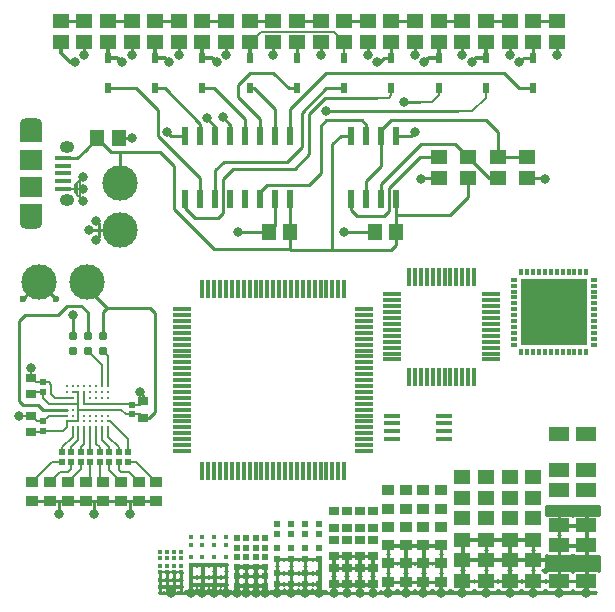
<source format=gtl>
G04 #@! TF.FileFunction,Copper,L1,Top,Signal*
%FSLAX46Y46*%
G04 Gerber Fmt 4.6, Leading zero omitted, Abs format (unit mm)*
G04 Created by KiCad (PCBNEW 0.201512311516+6410~40~ubuntu14.04.1-stable) date Sun 03 Jan 2016 08:31:07 GMT*
%MOMM*%
G01*
G04 APERTURE LIST*
%ADD10C,0.100000*%
%ADD11R,1.150000X1.450000*%
%ADD12R,1.450000X1.150000*%
%ADD13R,0.600000X1.550000*%
%ADD14R,0.420000X0.460000*%
%ADD15R,0.620000X0.620000*%
%ADD16R,1.000000X0.950000*%
%ADD17R,1.800000X1.150000*%
%ADD18R,1.450000X0.450000*%
%ADD19R,1.500000X0.300000*%
%ADD20R,0.300000X1.500000*%
%ADD21R,0.500000X0.900000*%
%ADD22R,0.900000X0.750000*%
%ADD23R,0.520000X0.520000*%
%ADD24R,0.320000X0.360000*%
%ADD25C,0.280000*%
%ADD26C,0.787000*%
%ADD27C,3.000000*%
%ADD28R,1.350000X0.400000*%
%ADD29O,1.250000X1.000000*%
%ADD30R,1.900000X1.800000*%
%ADD31R,1.900000X1.575000*%
%ADD32O,1.900000X1.000000*%
%ADD33R,0.550000X0.300000*%
%ADD34R,0.300000X0.550000*%
%ADD35R,2.000000X2.000000*%
%ADD36C,0.600000*%
%ADD37R,5.600000X5.600000*%
%ADD38C,0.800000*%
%ADD39C,0.250000*%
%ADD40C,0.300000*%
%ADD41C,0.200000*%
%ADD42C,0.150000*%
G04 APERTURE END LIST*
D10*
D11*
X73400000Y-69000000D03*
X71600000Y-69000000D03*
X58900000Y-61000000D03*
X57100000Y-61000000D03*
X82400000Y-69000000D03*
X80600000Y-69000000D03*
D12*
X86000000Y-62600000D03*
X86000000Y-64400000D03*
X93500000Y-64400000D03*
X93500000Y-62600000D03*
X54000000Y-51100000D03*
X54000000Y-52900000D03*
X58000000Y-51100000D03*
X58000000Y-52900000D03*
X62000000Y-51100000D03*
X62000000Y-52900000D03*
X66000000Y-51100000D03*
X66000000Y-52900000D03*
X70000000Y-51100000D03*
X70000000Y-52900000D03*
X74000000Y-51100000D03*
X74000000Y-52900000D03*
X78000000Y-51100000D03*
X78000000Y-52900000D03*
X82000000Y-51100000D03*
X82000000Y-52900000D03*
X86000000Y-51100000D03*
X86000000Y-52900000D03*
X90000000Y-51100000D03*
X90000000Y-52900000D03*
X94000000Y-51100000D03*
X94000000Y-52900000D03*
D13*
X73445000Y-60800000D03*
X72175000Y-60800000D03*
X70905000Y-60800000D03*
X69635000Y-60800000D03*
X68365000Y-60800000D03*
X67095000Y-60800000D03*
X65825000Y-60800000D03*
X64555000Y-60800000D03*
X64555000Y-66200000D03*
X65825000Y-66200000D03*
X67095000Y-66200000D03*
X68365000Y-66200000D03*
X69635000Y-66200000D03*
X70905000Y-66200000D03*
X72175000Y-66200000D03*
X73445000Y-66200000D03*
X82405000Y-60800000D03*
X81135000Y-60800000D03*
X79865000Y-60800000D03*
X78595000Y-60800000D03*
X78595000Y-66200000D03*
X79865000Y-66200000D03*
X81135000Y-66200000D03*
X82405000Y-66200000D03*
D12*
X88500000Y-62600000D03*
X88500000Y-64400000D03*
X91000000Y-62600000D03*
X91000000Y-64400000D03*
X56000000Y-52900000D03*
X56000000Y-51100000D03*
X60000000Y-52900000D03*
X60000000Y-51100000D03*
X64000000Y-52900000D03*
X64000000Y-51100000D03*
X68000000Y-52900000D03*
X68000000Y-51100000D03*
X72000000Y-52900000D03*
X72000000Y-51100000D03*
X76000000Y-52900000D03*
X76000000Y-51100000D03*
X80000000Y-52900000D03*
X80000000Y-51100000D03*
X84000000Y-52900000D03*
X84000000Y-51100000D03*
X88000000Y-52900000D03*
X88000000Y-51100000D03*
X92000000Y-52900000D03*
X92000000Y-51100000D03*
X96000000Y-52900000D03*
X96000000Y-51100000D03*
D14*
X68000000Y-94770000D03*
X68000000Y-95430000D03*
X68000000Y-96470000D03*
X68000000Y-97130000D03*
X68000000Y-98170000D03*
X68000000Y-98830000D03*
D15*
X75900000Y-93650000D03*
X75900000Y-94550000D03*
X75900000Y-95750000D03*
X75900000Y-96650000D03*
X75900000Y-97850000D03*
X75900000Y-98750000D03*
D16*
X86200000Y-90800000D03*
X86200000Y-92400000D03*
X86200000Y-93900000D03*
X86200000Y-95500000D03*
X86200000Y-97000000D03*
X86200000Y-98600000D03*
D12*
X94000000Y-89700000D03*
X94000000Y-91500000D03*
X94000000Y-93200000D03*
X94000000Y-95000000D03*
X94000000Y-96700000D03*
X94000000Y-98500000D03*
D17*
X96200000Y-86100000D03*
X96200000Y-89100000D03*
X96200000Y-90800000D03*
X96200000Y-93800000D03*
X96200000Y-95500000D03*
X96200000Y-98500000D03*
D14*
X67000000Y-94770000D03*
X67000000Y-95430000D03*
X67000000Y-96470000D03*
X67000000Y-97130000D03*
X67000000Y-98170000D03*
X67000000Y-98830000D03*
D15*
X74700000Y-93650000D03*
X74700000Y-94550000D03*
X74700000Y-95750000D03*
X74700000Y-96650000D03*
X74700000Y-97850000D03*
X74700000Y-98750000D03*
D16*
X84700000Y-90800000D03*
X84700000Y-92400000D03*
X84700000Y-93900000D03*
X84700000Y-95500000D03*
X84700000Y-97000000D03*
X84700000Y-98600000D03*
D12*
X92000000Y-89700000D03*
X92000000Y-91500000D03*
X92000000Y-93200000D03*
X92000000Y-95000000D03*
X92000000Y-96700000D03*
X92000000Y-98500000D03*
D17*
X98500000Y-86100000D03*
X98500000Y-89100000D03*
X98500000Y-90800000D03*
X98500000Y-93800000D03*
X98500000Y-95500000D03*
X98500000Y-98500000D03*
D14*
X66000000Y-94770000D03*
X66000000Y-95430000D03*
X66000000Y-96470000D03*
X66000000Y-97130000D03*
X66000000Y-98170000D03*
X66000000Y-98830000D03*
D15*
X73500000Y-93650000D03*
X73500000Y-94550000D03*
X73500000Y-95750000D03*
X73500000Y-96650000D03*
X73500000Y-97850000D03*
X73500000Y-98750000D03*
D16*
X83200000Y-90800000D03*
X83200000Y-92400000D03*
X83200000Y-93900000D03*
X83200000Y-95500000D03*
X83200000Y-97000000D03*
X83200000Y-98600000D03*
D12*
X90000000Y-89700000D03*
X90000000Y-91500000D03*
X90000000Y-93200000D03*
X90000000Y-95000000D03*
X90000000Y-96700000D03*
X90000000Y-98500000D03*
D14*
X65000000Y-94770000D03*
X65000000Y-95430000D03*
X65000000Y-96470000D03*
X65000000Y-97130000D03*
X65000000Y-98170000D03*
X65000000Y-98830000D03*
D15*
X72300000Y-93650000D03*
X72300000Y-94550000D03*
X72300000Y-95750000D03*
X72300000Y-96650000D03*
X72300000Y-97850000D03*
X72300000Y-98750000D03*
D16*
X81700000Y-90800000D03*
X81700000Y-92400000D03*
X81700000Y-93900000D03*
X81700000Y-95500000D03*
X81700000Y-97000000D03*
X81700000Y-98600000D03*
D18*
X82050000Y-84525000D03*
X82050000Y-85175000D03*
X82050000Y-85825000D03*
X82050000Y-86475000D03*
X86450000Y-86475000D03*
X86450000Y-85825000D03*
X86450000Y-85175000D03*
X86450000Y-84525000D03*
D19*
X82050000Y-74250000D03*
X82050000Y-74750000D03*
X82050000Y-75250000D03*
X82050000Y-75750000D03*
X82050000Y-76250000D03*
X82050000Y-76750000D03*
X82050000Y-77250000D03*
X82050000Y-77750000D03*
X82050000Y-78250000D03*
X82050000Y-78750000D03*
X82050000Y-79250000D03*
X82050000Y-79750000D03*
D20*
X83500000Y-81200000D03*
X84000000Y-81200000D03*
X84500000Y-81200000D03*
X85000000Y-81200000D03*
X85500000Y-81200000D03*
X86000000Y-81200000D03*
X86500000Y-81200000D03*
X87000000Y-81200000D03*
X87500000Y-81200000D03*
X88000000Y-81200000D03*
X88500000Y-81200000D03*
X89000000Y-81200000D03*
D19*
X90450000Y-79750000D03*
X90450000Y-79250000D03*
X90450000Y-78750000D03*
X90450000Y-78250000D03*
X90450000Y-77750000D03*
X90450000Y-77250000D03*
X90450000Y-76750000D03*
X90450000Y-76250000D03*
X90450000Y-75750000D03*
X90450000Y-75250000D03*
X90450000Y-74750000D03*
X90450000Y-74250000D03*
D20*
X89000000Y-72800000D03*
X88500000Y-72800000D03*
X88000000Y-72800000D03*
X87500000Y-72800000D03*
X87000000Y-72800000D03*
X86500000Y-72800000D03*
X86000000Y-72800000D03*
X85500000Y-72800000D03*
X85000000Y-72800000D03*
X84500000Y-72800000D03*
X84000000Y-72800000D03*
X83500000Y-72800000D03*
D19*
X64300000Y-75500000D03*
X64300000Y-76000000D03*
X64300000Y-76500000D03*
X64300000Y-77000000D03*
X64300000Y-77500000D03*
X64300000Y-78000000D03*
X64300000Y-78500000D03*
X64300000Y-79000000D03*
X64300000Y-79500000D03*
X64300000Y-80000000D03*
X64300000Y-80500000D03*
X64300000Y-81000000D03*
X64300000Y-81500000D03*
X64300000Y-82000000D03*
X64300000Y-82500000D03*
X64300000Y-83000000D03*
X64300000Y-83500000D03*
X64300000Y-84000000D03*
X64300000Y-84500000D03*
X64300000Y-85000000D03*
X64300000Y-85500000D03*
X64300000Y-86000000D03*
X64300000Y-86500000D03*
X64300000Y-87000000D03*
X64300000Y-87500000D03*
D20*
X66000000Y-89200000D03*
X66500000Y-89200000D03*
X67000000Y-89200000D03*
X67500000Y-89200000D03*
X68000000Y-89200000D03*
X68500000Y-89200000D03*
X69000000Y-89200000D03*
X69500000Y-89200000D03*
X70000000Y-89200000D03*
X70500000Y-89200000D03*
X71000000Y-89200000D03*
X71500000Y-89200000D03*
X72000000Y-89200000D03*
X72500000Y-89200000D03*
X73000000Y-89200000D03*
X73500000Y-89200000D03*
X74000000Y-89200000D03*
X74500000Y-89200000D03*
X75000000Y-89200000D03*
X75500000Y-89200000D03*
X76000000Y-89200000D03*
X76500000Y-89200000D03*
X77000000Y-89200000D03*
X77500000Y-89200000D03*
X78000000Y-89200000D03*
D19*
X79700000Y-87500000D03*
X79700000Y-87000000D03*
X79700000Y-86500000D03*
X79700000Y-86000000D03*
X79700000Y-85500000D03*
X79700000Y-85000000D03*
X79700000Y-84500000D03*
X79700000Y-84000000D03*
X79700000Y-83500000D03*
X79700000Y-83000000D03*
X79700000Y-82500000D03*
X79700000Y-82000000D03*
X79700000Y-81500000D03*
X79700000Y-81000000D03*
X79700000Y-80500000D03*
X79700000Y-80000000D03*
X79700000Y-79500000D03*
X79700000Y-79000000D03*
X79700000Y-78500000D03*
X79700000Y-78000000D03*
X79700000Y-77500000D03*
X79700000Y-77000000D03*
X79700000Y-76500000D03*
X79700000Y-76000000D03*
X79700000Y-75500000D03*
D20*
X78000000Y-73800000D03*
X77500000Y-73800000D03*
X77000000Y-73800000D03*
X76500000Y-73800000D03*
X76000000Y-73800000D03*
X75500000Y-73800000D03*
X75000000Y-73800000D03*
X74500000Y-73800000D03*
X74000000Y-73800000D03*
X73500000Y-73800000D03*
X73000000Y-73800000D03*
X72500000Y-73800000D03*
X72000000Y-73800000D03*
X71500000Y-73800000D03*
X71000000Y-73800000D03*
X70500000Y-73800000D03*
X70000000Y-73800000D03*
X69500000Y-73800000D03*
X69000000Y-73800000D03*
X68500000Y-73800000D03*
X68000000Y-73800000D03*
X67500000Y-73800000D03*
X67000000Y-73800000D03*
X66500000Y-73800000D03*
X66000000Y-73800000D03*
D21*
X70000000Y-54200000D03*
X70000000Y-56800000D03*
X66000000Y-54200000D03*
X66000000Y-56800000D03*
X62000000Y-54200000D03*
X62000000Y-56800000D03*
X58000000Y-54200000D03*
X58000000Y-56800000D03*
X90000000Y-54200000D03*
X90000000Y-56800000D03*
X86000000Y-54200000D03*
X86000000Y-56800000D03*
X82000000Y-54200000D03*
X82000000Y-56800000D03*
X78000000Y-54200000D03*
X78000000Y-56800000D03*
D22*
X77100000Y-97400000D03*
X77100000Y-98800000D03*
X77100000Y-95000000D03*
X77100000Y-96400000D03*
X77100000Y-92600000D03*
X77100000Y-94000000D03*
X78200000Y-97400000D03*
X78200000Y-98800000D03*
X78200000Y-95000000D03*
X78200000Y-96400000D03*
X78200000Y-92600000D03*
X78200000Y-94000000D03*
X79300000Y-97400000D03*
X79300000Y-98800000D03*
X79300000Y-95000000D03*
X79300000Y-96400000D03*
X79300000Y-92600000D03*
X79300000Y-94000000D03*
X80400000Y-97400000D03*
X80400000Y-98800000D03*
X80400000Y-95000000D03*
X80400000Y-96400000D03*
X80400000Y-92600000D03*
X80400000Y-94000000D03*
D23*
X68900000Y-98100000D03*
X68900000Y-98900000D03*
X68900000Y-96500000D03*
X68900000Y-97300000D03*
X68900000Y-94900000D03*
X68900000Y-95700000D03*
X69700000Y-98100000D03*
X69700000Y-98900000D03*
X69700000Y-96500000D03*
X69700000Y-97300000D03*
X69700000Y-94900000D03*
X69700000Y-95700000D03*
X71300000Y-98100000D03*
X71300000Y-98900000D03*
X71300000Y-96500000D03*
X71300000Y-97300000D03*
X71300000Y-94900000D03*
X71300000Y-95700000D03*
X70500000Y-98100000D03*
X70500000Y-98900000D03*
X70500000Y-96500000D03*
X70500000Y-97300000D03*
X70500000Y-94900000D03*
X70500000Y-95700000D03*
D12*
X88000000Y-89700000D03*
X88000000Y-91500000D03*
X88000000Y-93200000D03*
X88000000Y-95000000D03*
X88000000Y-96700000D03*
X88000000Y-98500000D03*
D24*
X62400000Y-96020000D03*
X62400000Y-96580000D03*
X62400000Y-97220000D03*
X62400000Y-97780000D03*
X62400000Y-98420000D03*
X62400000Y-98980000D03*
X63000000Y-96020000D03*
X63000000Y-96580000D03*
X63000000Y-97220000D03*
X63000000Y-97780000D03*
X63000000Y-98420000D03*
X63000000Y-98980000D03*
X63600000Y-96020000D03*
X63600000Y-96580000D03*
X63600000Y-97220000D03*
X63600000Y-97780000D03*
X63600000Y-98420000D03*
X63600000Y-98980000D03*
X64200000Y-96020000D03*
X64200000Y-96580000D03*
X64200000Y-97220000D03*
X64200000Y-97780000D03*
X64200000Y-98420000D03*
X64200000Y-98980000D03*
D22*
X51500000Y-82700000D03*
X51500000Y-81300000D03*
X61000000Y-84700000D03*
X61000000Y-83300000D03*
X51500000Y-85900000D03*
X51500000Y-84500000D03*
D23*
X60000000Y-84400000D03*
X60000000Y-83600000D03*
X52500000Y-82500000D03*
X52500000Y-81700000D03*
X52500000Y-85800000D03*
X52500000Y-85000000D03*
D16*
X51600000Y-91700000D03*
X51600000Y-90100000D03*
X53100000Y-91700000D03*
X53100000Y-90100000D03*
X54600000Y-91700000D03*
X54600000Y-90100000D03*
D25*
X54500000Y-82000000D03*
X54500000Y-82500000D03*
X54500000Y-83000000D03*
X54500000Y-83500000D03*
X54500000Y-84000000D03*
X54500000Y-84500000D03*
X54500000Y-85000000D03*
X54500000Y-85500000D03*
X55000000Y-82000000D03*
X55000000Y-82500000D03*
X55000000Y-83000000D03*
X55000000Y-83500000D03*
X55000000Y-84000000D03*
X55000000Y-84500000D03*
X55000000Y-85000000D03*
X55000000Y-85500000D03*
X55500000Y-82000000D03*
X55500000Y-82500000D03*
X55500000Y-83000000D03*
X55500000Y-83500000D03*
X55500000Y-84000000D03*
X55500000Y-84500000D03*
X55500000Y-85000000D03*
X55500000Y-85500000D03*
X56000000Y-82000000D03*
X56000000Y-82500000D03*
X56000000Y-83000000D03*
X56000000Y-83500000D03*
X56000000Y-84000000D03*
X56000000Y-84500000D03*
X56000000Y-85000000D03*
X56000000Y-85500000D03*
X56500000Y-82000000D03*
X56500000Y-82500000D03*
X56500000Y-83000000D03*
X56500000Y-83500000D03*
X56500000Y-84000000D03*
X56500000Y-84500000D03*
X56500000Y-85000000D03*
X56500000Y-85500000D03*
X57000000Y-82000000D03*
X57000000Y-82500000D03*
X57000000Y-83000000D03*
X57000000Y-83500000D03*
X57000000Y-84000000D03*
X57000000Y-84500000D03*
X57000000Y-85000000D03*
X57000000Y-85500000D03*
X57500000Y-82000000D03*
X57500000Y-82500000D03*
X57500000Y-83000000D03*
X57500000Y-83500000D03*
X57500000Y-84000000D03*
X57500000Y-84500000D03*
X57500000Y-85000000D03*
X57500000Y-85500000D03*
X58000000Y-82000000D03*
X58000000Y-82500000D03*
X58000000Y-83000000D03*
X58000000Y-83500000D03*
X58000000Y-84000000D03*
X58000000Y-84500000D03*
X58000000Y-85000000D03*
X58000000Y-85500000D03*
D26*
X57540000Y-77730000D03*
X57540000Y-79000000D03*
X56270000Y-77730000D03*
X56270000Y-79000000D03*
X55000000Y-77730000D03*
X55000000Y-79000000D03*
D23*
X54100000Y-87600000D03*
X54100000Y-88400000D03*
X54900000Y-87600000D03*
X54900000Y-88400000D03*
X55700000Y-87600000D03*
X55700000Y-88400000D03*
D16*
X56100000Y-91700000D03*
X56100000Y-90100000D03*
X57600000Y-91700000D03*
X57600000Y-90100000D03*
X59100000Y-91700000D03*
X59100000Y-90100000D03*
X60600000Y-91700000D03*
X60600000Y-90100000D03*
D23*
X56500000Y-87600000D03*
X56500000Y-88400000D03*
X57300000Y-87600000D03*
X57300000Y-88400000D03*
X58100000Y-87600000D03*
X58100000Y-88400000D03*
D16*
X62100000Y-91700000D03*
X62100000Y-90100000D03*
D23*
X59700000Y-87600000D03*
X59700000Y-88400000D03*
X58900000Y-87600000D03*
X58900000Y-88400000D03*
D21*
X74000000Y-54200000D03*
X74000000Y-56800000D03*
X94000000Y-54200000D03*
X94000000Y-56800000D03*
D27*
X59000000Y-64800000D03*
X59000000Y-68800000D03*
X56200000Y-73200000D03*
X52200000Y-73200000D03*
D28*
X54175000Y-64000000D03*
X54175000Y-64650000D03*
X54175000Y-63350000D03*
X54175000Y-62700000D03*
X54175000Y-65300000D03*
D29*
X54500000Y-66225000D03*
X54500000Y-61775000D03*
D30*
X51500000Y-65150000D03*
X51500000Y-62850000D03*
D31*
X51500000Y-67387500D03*
D32*
X51500000Y-68175000D03*
D31*
X51500000Y-60612500D03*
D32*
X51500000Y-59825000D03*
D33*
X92375000Y-73000000D03*
X92375000Y-73500000D03*
X92375000Y-74000000D03*
X92375000Y-74500000D03*
X92375000Y-75000000D03*
X92375000Y-75500000D03*
X92375000Y-76000000D03*
X92375000Y-76500000D03*
X92375000Y-77000000D03*
X92375000Y-77500000D03*
X92375000Y-78000000D03*
X92375000Y-78500000D03*
D34*
X93000000Y-79125000D03*
X93500000Y-79125000D03*
X94000000Y-79125000D03*
X94500000Y-79125000D03*
X95000000Y-79125000D03*
X95500000Y-79125000D03*
X96000000Y-79125000D03*
X96500000Y-79125000D03*
X97000000Y-79125000D03*
X97500000Y-79125000D03*
X98000000Y-79125000D03*
X98500000Y-79125000D03*
D33*
X99125000Y-78500000D03*
X99125000Y-78000000D03*
X99125000Y-77500000D03*
X99125000Y-77000000D03*
X99125000Y-76500000D03*
X99125000Y-76000000D03*
X99125000Y-75500000D03*
X99125000Y-75000000D03*
X99125000Y-74500000D03*
X99125000Y-74000000D03*
X99125000Y-73500000D03*
X99125000Y-73000000D03*
D34*
X98500000Y-72375000D03*
X98000000Y-72375000D03*
X97500000Y-72375000D03*
X97000000Y-72375000D03*
X96500000Y-72375000D03*
X96000000Y-72375000D03*
X95500000Y-72375000D03*
X95000000Y-72375000D03*
X94500000Y-72375000D03*
X94000000Y-72375000D03*
X93500000Y-72375000D03*
X93000000Y-72375000D03*
D35*
X94500000Y-74500000D03*
X94500000Y-77000000D03*
X97000000Y-74500000D03*
X97000000Y-77000000D03*
X94500000Y-74500000D03*
X94500000Y-77000000D03*
X97000000Y-74500000D03*
X97000000Y-77000000D03*
D36*
X93250000Y-73250000D03*
X93250000Y-75750000D03*
X93250000Y-78250000D03*
X95750000Y-73250000D03*
X95750000Y-75750000D03*
X95750000Y-78250000D03*
X98250000Y-73250000D03*
X98250000Y-75750000D03*
X98250000Y-78250000D03*
D37*
X95750000Y-75750000D03*
D38*
X88800000Y-54600000D03*
X59200000Y-54600000D03*
X55200000Y-54600000D03*
X92800000Y-54600000D03*
X76450000Y-58750000D03*
X67700000Y-59200000D03*
X83050000Y-57950000D03*
X66400000Y-59350000D03*
X80800000Y-54600000D03*
X67200000Y-54600000D03*
X55900000Y-66300000D03*
X55900000Y-64300000D03*
X55900000Y-65300000D03*
X57000000Y-69600000D03*
X57000000Y-68000000D03*
X56400000Y-68800000D03*
X72000000Y-54000000D03*
X84500000Y-64500000D03*
X95000000Y-64500000D03*
X84000000Y-60500000D03*
X69000000Y-69000000D03*
X78000000Y-69000000D03*
X60000000Y-61000000D03*
X63000000Y-60500000D03*
X56000000Y-54000000D03*
X60000000Y-54000000D03*
X64000000Y-54000000D03*
X68000000Y-54000000D03*
X76000000Y-54000000D03*
X80000000Y-54000000D03*
X84000000Y-54000000D03*
X88000000Y-54000000D03*
X92000000Y-54000000D03*
X96000000Y-54000000D03*
D36*
X53600000Y-74600000D03*
X50800000Y-74600000D03*
D38*
X59850000Y-92850000D03*
X53850000Y-92850000D03*
X56850000Y-92850000D03*
X60750000Y-82500000D03*
X55000000Y-76000000D03*
X51500000Y-80500000D03*
X50500000Y-84500000D03*
X63300000Y-99500000D03*
X65000000Y-99500000D03*
X66000000Y-99500000D03*
X67000000Y-99500000D03*
X68000000Y-99500000D03*
X68900000Y-99500000D03*
X69700000Y-99500000D03*
X70500000Y-99500000D03*
X71300000Y-99500000D03*
X72300000Y-99500000D03*
X73500000Y-99500000D03*
X74700000Y-99500000D03*
X75900000Y-99500000D03*
X77100000Y-99500000D03*
X78200000Y-99500000D03*
X79300000Y-99500000D03*
X80400000Y-99500000D03*
X81700000Y-99500000D03*
X83200000Y-99500000D03*
X84700000Y-99500000D03*
X86200000Y-99500000D03*
X88000000Y-99500000D03*
X90000000Y-99500000D03*
X92000000Y-99500000D03*
X94000000Y-99500000D03*
X96200000Y-99500000D03*
X98500000Y-99500000D03*
X63200000Y-54600000D03*
X84800000Y-54600000D03*
D39*
X62400000Y-62200000D02*
X59000000Y-62200000D01*
X59000000Y-62200000D02*
X58300000Y-62200000D01*
X59000000Y-64800000D02*
X59000000Y-62200000D01*
X58300000Y-62200000D02*
X57100000Y-61000000D01*
X63600000Y-63400000D02*
X62400000Y-62200000D01*
X63600000Y-67000000D02*
X63600000Y-63400000D01*
X67000000Y-70400000D02*
X63600000Y-67000000D01*
X73400000Y-70400000D02*
X67000000Y-70400000D01*
X55400000Y-62700000D02*
X56100000Y-62000000D01*
X56100000Y-62000000D02*
X57100000Y-61000000D01*
X87000000Y-67500000D02*
X88500000Y-66000000D01*
X88500000Y-66000000D02*
X88500000Y-64400000D01*
X82405000Y-67500000D02*
X82405000Y-68995000D01*
X82405000Y-66200000D02*
X82405000Y-67500000D01*
X82405000Y-67500000D02*
X87000000Y-67500000D01*
X55150000Y-62700000D02*
X55400000Y-62700000D01*
X77000000Y-70500000D02*
X73500000Y-70500000D01*
X73400000Y-70400000D02*
X73500000Y-70500000D01*
X73400000Y-69000000D02*
X73400000Y-70400000D01*
X54175000Y-62700000D02*
X55150000Y-62700000D01*
X77000000Y-70500000D02*
X82000000Y-70500000D01*
X77700000Y-60800000D02*
X77000000Y-61500000D01*
X77000000Y-61500000D02*
X77000000Y-70500000D01*
X78595000Y-60800000D02*
X77700000Y-60800000D01*
X82000000Y-70500000D02*
X82400000Y-70100000D01*
X82400000Y-70100000D02*
X82400000Y-69000000D01*
X73445000Y-66200000D02*
X73445000Y-68955000D01*
X73445000Y-68955000D02*
X73400000Y-69000000D01*
X82405000Y-68995000D02*
X82400000Y-69000000D01*
X81770000Y-65240000D02*
X84410000Y-62600000D01*
X84410000Y-62600000D02*
X86000000Y-62600000D01*
X81770000Y-67200000D02*
X81770000Y-65240000D01*
X81370000Y-67600000D02*
X81770000Y-67200000D01*
X79100000Y-67600000D02*
X81370000Y-67600000D01*
X78595000Y-67095000D02*
X79100000Y-67600000D01*
X78595000Y-66200000D02*
X78595000Y-67095000D01*
X90000000Y-59500000D02*
X91000000Y-60500000D01*
X91000000Y-60500000D02*
X91000000Y-62600000D01*
X82000000Y-59500000D02*
X90000000Y-59500000D01*
X81135000Y-60365000D02*
X82000000Y-59500000D01*
X81135000Y-60800000D02*
X81135000Y-60365000D01*
X93500000Y-62600000D02*
X91000000Y-62600000D01*
X79865000Y-64635000D02*
X81135000Y-63365000D01*
X81135000Y-63365000D02*
X81135000Y-60800000D01*
X79865000Y-66200000D02*
X79865000Y-64635000D01*
X74000000Y-52900000D02*
X74000000Y-54200000D01*
X72000000Y-55500000D02*
X73300000Y-56800000D01*
X73300000Y-56800000D02*
X74000000Y-56800000D01*
X70000000Y-55500000D02*
X72000000Y-55500000D01*
X69000000Y-56500000D02*
X70000000Y-55500000D01*
X69000000Y-57500000D02*
X69000000Y-56500000D01*
X70905000Y-59405000D02*
X69000000Y-57500000D01*
X70905000Y-60800000D02*
X70905000Y-59405000D01*
D40*
X58000000Y-54200000D02*
X58800000Y-54200000D01*
X58800000Y-54200000D02*
X59200000Y-54600000D01*
X58000000Y-52900000D02*
X58000000Y-54200000D01*
X90000000Y-54200000D02*
X90000000Y-52900000D01*
X90000000Y-54200000D02*
X89200000Y-54200000D01*
X89200000Y-54200000D02*
X88800000Y-54600000D01*
D39*
X70000000Y-56800000D02*
X70400000Y-56800000D01*
X70400000Y-56800000D02*
X72175000Y-58575000D01*
X72175000Y-60800000D02*
X72175000Y-58575000D01*
D40*
X54000000Y-53800000D02*
X54800000Y-54600000D01*
X54800000Y-54600000D02*
X55200000Y-54600000D01*
X54000000Y-52900000D02*
X54000000Y-53800000D01*
D39*
X54000000Y-53400000D02*
X54000000Y-52900000D01*
X94000000Y-54200000D02*
X93200000Y-54200000D01*
X93200000Y-54200000D02*
X92800000Y-54600000D01*
X94000000Y-52900000D02*
X94000000Y-54200000D01*
X69635000Y-59435000D02*
X67000000Y-56800000D01*
X67000000Y-56800000D02*
X66000000Y-56800000D01*
X69635000Y-60800000D02*
X69635000Y-59435000D01*
X67095000Y-66200000D02*
X67095000Y-63705000D01*
X67095000Y-63705000D02*
X67800000Y-63000000D01*
X76500000Y-56800000D02*
X78000000Y-56800000D01*
X67800000Y-63000000D02*
X73200000Y-63000000D01*
X73200000Y-63000000D02*
X74400000Y-61800000D01*
X74400000Y-61800000D02*
X74400000Y-58900000D01*
X74400000Y-58900000D02*
X76500000Y-56800000D01*
X65825000Y-59825000D02*
X62800000Y-56800000D01*
X62800000Y-56800000D02*
X62000000Y-56800000D01*
X65825000Y-60800000D02*
X65825000Y-59825000D01*
X65825000Y-60800000D02*
X65825000Y-60225000D01*
X62200000Y-60800000D02*
X65825000Y-64425000D01*
X65825000Y-64425000D02*
X65825000Y-66200000D01*
X62200000Y-58600000D02*
X62200000Y-60800000D01*
X60400000Y-56800000D02*
X62200000Y-58600000D01*
X58000000Y-56800000D02*
X60400000Y-56800000D01*
X91500000Y-55500000D02*
X92800000Y-56800000D01*
X92800000Y-56800000D02*
X94000000Y-56800000D01*
X76500000Y-55500000D02*
X91500000Y-55500000D01*
X73445000Y-58555000D02*
X76500000Y-55500000D01*
X73445000Y-60800000D02*
X73445000Y-58555000D01*
D41*
X88850000Y-58750000D02*
X90000000Y-57600000D01*
X90000000Y-57600000D02*
X90000000Y-56800000D01*
X87650000Y-58750000D02*
X88850000Y-58750000D01*
D39*
X76450000Y-58750000D02*
X87650000Y-58750000D01*
X68365000Y-60800000D02*
X68365000Y-59865000D01*
X68365000Y-59865000D02*
X67700000Y-59200000D01*
D41*
X85450000Y-57950000D02*
X86000000Y-57400000D01*
X86000000Y-57400000D02*
X86000000Y-56800000D01*
X84450000Y-57950000D02*
X85450000Y-57950000D01*
D39*
X83050000Y-57950000D02*
X84450000Y-57950000D01*
X67095000Y-60800000D02*
X67095000Y-60045000D01*
X67095000Y-60045000D02*
X66400000Y-59350000D01*
D40*
X70000000Y-52900000D02*
X70000000Y-54200000D01*
D41*
X78000000Y-54200000D02*
X78000000Y-52900000D01*
X71000000Y-52000000D02*
X77100000Y-52000000D01*
X77100000Y-52000000D02*
X78000000Y-52900000D01*
X70100000Y-52900000D02*
X71000000Y-52000000D01*
D39*
X70000000Y-52900000D02*
X70050000Y-52900000D01*
X70000000Y-52900000D02*
X70100000Y-52900000D01*
X54000000Y-51100000D02*
X56000000Y-51100000D01*
X54000000Y-51100000D02*
X54200000Y-51100000D01*
X58000000Y-51100000D02*
X60000000Y-51100000D01*
X58000000Y-51100000D02*
X58200000Y-51100000D01*
X62000000Y-51100000D02*
X64000000Y-51100000D01*
X62000000Y-51100000D02*
X62200000Y-51100000D01*
X66000000Y-51100000D02*
X68000000Y-51100000D01*
X66000000Y-51100000D02*
X66200000Y-51100000D01*
D40*
X66000000Y-54200000D02*
X66800000Y-54200000D01*
X66800000Y-54200000D02*
X67200000Y-54600000D01*
X66000000Y-52900000D02*
X66000000Y-54200000D01*
D39*
X82000000Y-54200000D02*
X82000000Y-52900000D01*
X81000000Y-54600000D02*
X81400000Y-54200000D01*
X81400000Y-54200000D02*
X82000000Y-54200000D01*
X80800000Y-54600000D02*
X81000000Y-54600000D01*
X70000000Y-51100000D02*
X72000000Y-51100000D01*
X70000000Y-51100000D02*
X70200000Y-51100000D01*
X74000000Y-51100000D02*
X76000000Y-51100000D01*
X74000000Y-51100000D02*
X74200000Y-51100000D01*
X78000000Y-51100000D02*
X80000000Y-51100000D01*
X78000000Y-51100000D02*
X78200000Y-51100000D01*
X82000000Y-51100000D02*
X84000000Y-51100000D01*
X82000000Y-51100000D02*
X82200000Y-51100000D01*
X86000000Y-51100000D02*
X88000000Y-51100000D01*
X86000000Y-51100000D02*
X86200000Y-51100000D01*
X71500000Y-65000000D02*
X70905000Y-65595000D01*
X70905000Y-65595000D02*
X70905000Y-66200000D01*
X75000000Y-65000000D02*
X71500000Y-65000000D01*
X76000000Y-64000000D02*
X75000000Y-65000000D01*
X76000000Y-60000000D02*
X76000000Y-64000000D01*
X76500000Y-59500000D02*
X76000000Y-60000000D01*
X79500000Y-59500000D02*
X76500000Y-59500000D01*
X79865000Y-59865000D02*
X79500000Y-59500000D01*
X79865000Y-60800000D02*
X79865000Y-59865000D01*
X84500000Y-61500000D02*
X87400000Y-61500000D01*
X87400000Y-61500000D02*
X88500000Y-62600000D01*
X81135000Y-64865000D02*
X84500000Y-61500000D01*
X81135000Y-66200000D02*
X81135000Y-64865000D01*
X91000000Y-64400000D02*
X90300000Y-64400000D01*
X90300000Y-64400000D02*
X88500000Y-62600000D01*
D41*
X55500000Y-65900000D02*
X55600000Y-66000000D01*
X55600000Y-66000000D02*
X55900000Y-66300000D01*
X55600000Y-65800000D02*
X55600000Y-66000000D01*
X55600000Y-64600000D02*
X55900000Y-64300000D01*
X55600000Y-65800000D02*
X55500000Y-65900000D01*
X55400000Y-64800000D02*
X55600000Y-64600000D01*
X55400000Y-65800000D02*
X55500000Y-65900000D01*
X55600000Y-64600000D02*
X55600000Y-65800000D01*
X55300000Y-64900000D02*
X55400000Y-64800000D01*
X55300000Y-65700000D02*
X55400000Y-65800000D01*
X55400000Y-64800000D02*
X55400000Y-65800000D01*
X55200000Y-65000000D02*
X55300000Y-64900000D01*
X55200000Y-65600000D02*
X55300000Y-65700000D01*
X55300000Y-64900000D02*
X55300000Y-65700000D01*
X55200000Y-65300000D02*
X55200000Y-65600000D01*
X55200000Y-65300000D02*
X55900000Y-65300000D01*
X54175000Y-65300000D02*
X55200000Y-65300000D01*
X55200000Y-65300000D02*
X55200000Y-65000000D01*
D39*
X57200000Y-68800000D02*
X57200000Y-69400000D01*
X57200000Y-69400000D02*
X57000000Y-69600000D01*
X57200000Y-68800000D02*
X56400000Y-68800000D01*
X59000000Y-68800000D02*
X57200000Y-68800000D01*
X57200000Y-68800000D02*
X57200000Y-68200000D01*
X57200000Y-68200000D02*
X57000000Y-68000000D01*
X72000000Y-52900000D02*
X72000000Y-54000000D01*
X86000000Y-64400000D02*
X84600000Y-64400000D01*
X84600000Y-64400000D02*
X84500000Y-64500000D01*
X93500000Y-64400000D02*
X94900000Y-64400000D01*
X94900000Y-64400000D02*
X95000000Y-64500000D01*
X82405000Y-60800000D02*
X83700000Y-60800000D01*
X83700000Y-60800000D02*
X84000000Y-60500000D01*
X71600000Y-69000000D02*
X69000000Y-69000000D01*
X80600000Y-69000000D02*
X78000000Y-69000000D01*
X72175000Y-66200000D02*
X72175000Y-68425000D01*
X72175000Y-68425000D02*
X71600000Y-69000000D01*
X58650000Y-61000000D02*
X60000000Y-61000000D01*
X64555000Y-60800000D02*
X63300000Y-60800000D01*
X63300000Y-60800000D02*
X63000000Y-60500000D01*
X56000000Y-52900000D02*
X56000000Y-54000000D01*
X60000000Y-52900000D02*
X60000000Y-54000000D01*
X64000000Y-52900000D02*
X64000000Y-54000000D01*
X68000000Y-52900000D02*
X68000000Y-54000000D01*
X76000000Y-52900000D02*
X76000000Y-54000000D01*
X80000000Y-52900000D02*
X80000000Y-54000000D01*
X84000000Y-52900000D02*
X84000000Y-54000000D01*
X88000000Y-52900000D02*
X88000000Y-54000000D01*
X92000000Y-52900000D02*
X92000000Y-54000000D01*
X96000000Y-52900000D02*
X96000000Y-54000000D01*
X56200000Y-73200000D02*
X56200000Y-73700000D01*
X56200000Y-73700000D02*
X57900000Y-75400000D01*
D42*
X55500000Y-84500000D02*
X55500000Y-84000000D01*
X55500000Y-85000000D02*
X55500000Y-84500000D01*
X55000000Y-85000000D02*
X55500000Y-85000000D01*
X54500000Y-85000000D02*
X55000000Y-85000000D01*
D41*
X54500000Y-85500000D02*
X54500000Y-85000000D01*
D42*
X55500000Y-84000000D02*
X56000000Y-84000000D01*
X55500000Y-83500000D02*
X55500000Y-84000000D01*
X55500000Y-83500000D02*
X55000000Y-83500000D01*
X55500000Y-83000000D02*
X55500000Y-83500000D01*
X55500000Y-83000000D02*
X55500000Y-82500000D01*
X55000000Y-82500000D02*
X55500000Y-82500000D01*
D39*
X62000000Y-84200000D02*
X61500000Y-84700000D01*
X61500000Y-84700000D02*
X61000000Y-84700000D01*
X62000000Y-75800000D02*
X62000000Y-84200000D01*
X61600000Y-75400000D02*
X62000000Y-75800000D01*
X57900000Y-75400000D02*
X61600000Y-75400000D01*
X57540000Y-75760000D02*
X57900000Y-75400000D01*
X57540000Y-77730000D02*
X57540000Y-75760000D01*
D41*
X60000000Y-84400000D02*
X60700000Y-84400000D01*
D42*
X60700000Y-84400000D02*
X61000000Y-84700000D01*
D41*
X59100000Y-84000000D02*
X59500000Y-84400000D01*
X59500000Y-84400000D02*
X60000000Y-84400000D01*
X58000000Y-84000000D02*
X59100000Y-84000000D01*
D42*
X57500000Y-84000000D02*
X58000000Y-84000000D01*
X57000000Y-84000000D02*
X57500000Y-84000000D01*
D41*
X52500000Y-82500000D02*
X51700000Y-82500000D01*
X51700000Y-82500000D02*
X51500000Y-82700000D01*
X53000000Y-83500000D02*
X52500000Y-83000000D01*
X52500000Y-83000000D02*
X52500000Y-82500000D01*
X54500000Y-83500000D02*
X53000000Y-83500000D01*
D42*
X55000000Y-83500000D02*
X54500000Y-83500000D01*
X56500000Y-84000000D02*
X57000000Y-84000000D01*
X56000000Y-84000000D02*
X56500000Y-84000000D01*
D41*
X51500000Y-85900000D02*
X52400000Y-85900000D01*
X52400000Y-85900000D02*
X52500000Y-85800000D01*
X52500000Y-85800000D02*
X54200000Y-85800000D01*
X54200000Y-85800000D02*
X54500000Y-85500000D01*
D39*
X52200000Y-73200000D02*
X53600000Y-74600000D01*
X52200000Y-73200000D02*
X50800000Y-74600000D01*
X59850000Y-91700000D02*
X60600000Y-91700000D01*
X59100000Y-91700000D02*
X59850000Y-91700000D01*
X59850000Y-91700000D02*
X59850000Y-92850000D01*
X53850000Y-91700000D02*
X54600000Y-91700000D01*
X53100000Y-91700000D02*
X53850000Y-91700000D01*
X53850000Y-91700000D02*
X53850000Y-92850000D01*
X56850000Y-91700000D02*
X57600000Y-91700000D01*
X56100000Y-91700000D02*
X56850000Y-91700000D01*
X56850000Y-91700000D02*
X56850000Y-92850000D01*
X61000000Y-83300000D02*
X61000000Y-82750000D01*
X61000000Y-82750000D02*
X60750000Y-82500000D01*
X55000000Y-77730000D02*
X55000000Y-76000000D01*
D42*
X51500000Y-81300000D02*
X51500000Y-80500000D01*
X51500000Y-84500000D02*
X50500000Y-84500000D01*
X56000000Y-83000000D02*
X56000000Y-83500000D01*
X56000000Y-83000000D02*
X56000000Y-82500000D01*
D41*
X60000000Y-83600000D02*
X60700000Y-83600000D01*
D42*
X60700000Y-83600000D02*
X61000000Y-83300000D01*
D41*
X58000000Y-83500000D02*
X59900000Y-83500000D01*
D42*
X59900000Y-83500000D02*
X60000000Y-83600000D01*
X57500000Y-83500000D02*
X58000000Y-83500000D01*
X57000000Y-83500000D02*
X57500000Y-83500000D01*
X56500000Y-83500000D02*
X57000000Y-83500000D01*
X56000000Y-83500000D02*
X56500000Y-83500000D01*
D41*
X52500000Y-81700000D02*
X51900000Y-81700000D01*
X51900000Y-81700000D02*
X51500000Y-81300000D01*
X53200000Y-81900000D02*
X53000000Y-81700000D01*
X53000000Y-81700000D02*
X52500000Y-81700000D01*
X53200000Y-82700000D02*
X53200000Y-81900000D01*
X53500000Y-83000000D02*
X53200000Y-82700000D01*
X54500000Y-83000000D02*
X53500000Y-83000000D01*
D42*
X55000000Y-83000000D02*
X54500000Y-83000000D01*
D39*
X60600000Y-91700000D02*
X62100000Y-91700000D01*
X57600000Y-91700000D02*
X59100000Y-91700000D01*
X54600000Y-91700000D02*
X56100000Y-91700000D01*
X51600000Y-91700000D02*
X53100000Y-91700000D01*
D41*
X54500000Y-84500000D02*
X53000000Y-84500000D01*
X53000000Y-84500000D02*
X52500000Y-85000000D01*
X52500000Y-85000000D02*
X52000000Y-85000000D01*
X52000000Y-85000000D02*
X51500000Y-84500000D01*
X54100000Y-88400000D02*
X53300000Y-88400000D01*
X53300000Y-88400000D02*
X51600000Y-90100000D01*
D39*
X54500000Y-84000000D02*
X52500000Y-84000000D01*
X52500000Y-84000000D02*
X52100000Y-83600000D01*
X55750000Y-75250000D02*
X56270000Y-75770000D01*
X52100000Y-83600000D02*
X50800000Y-83600000D01*
X50800000Y-83600000D02*
X50500000Y-83300000D01*
X50500000Y-83300000D02*
X50500000Y-76500000D01*
X51000000Y-76000000D02*
X53800000Y-76000000D01*
X50500000Y-76500000D02*
X51000000Y-76000000D01*
X54550000Y-75250000D02*
X55750000Y-75250000D01*
X53800000Y-76000000D02*
X54550000Y-75250000D01*
X56270000Y-75770000D02*
X56270000Y-77730000D01*
D41*
X55000000Y-86300000D02*
X54100000Y-87200000D01*
X54100000Y-87200000D02*
X54100000Y-87600000D01*
X55000000Y-85500000D02*
X55000000Y-86300000D01*
X55500000Y-86600000D02*
X54900000Y-87200000D01*
X54900000Y-87200000D02*
X54900000Y-87600000D01*
X55500000Y-85500000D02*
X55500000Y-86600000D01*
X56000000Y-86900000D02*
X55700000Y-87200000D01*
X55700000Y-87200000D02*
X55700000Y-87600000D01*
X56000000Y-85500000D02*
X56000000Y-86900000D01*
X56500000Y-85500000D02*
X56500000Y-87600000D01*
X57000000Y-86900000D02*
X57300000Y-87200000D01*
X57300000Y-87200000D02*
X57300000Y-87600000D01*
X57000000Y-85500000D02*
X57000000Y-86900000D01*
X57500000Y-82000000D02*
X57500000Y-80230000D01*
X57500000Y-80230000D02*
X56270000Y-79000000D01*
X57500000Y-86600000D02*
X58100000Y-87200000D01*
X58100000Y-87200000D02*
X58100000Y-87600000D01*
X57500000Y-85500000D02*
X57500000Y-86600000D01*
X58000000Y-82000000D02*
X58000000Y-79460000D01*
X58000000Y-79460000D02*
X57540000Y-79000000D01*
X58200000Y-85000000D02*
X59700000Y-86500000D01*
X59700000Y-86500000D02*
X59700000Y-87600000D01*
X58000000Y-85000000D02*
X58200000Y-85000000D01*
X58000000Y-86300000D02*
X58900000Y-87200000D01*
X58900000Y-87200000D02*
X58900000Y-87600000D01*
X58000000Y-85500000D02*
X58000000Y-86300000D01*
X62400000Y-97780000D02*
X62400000Y-98420000D01*
X63000000Y-97780000D02*
X62400000Y-97780000D01*
X63600000Y-97780000D02*
X63000000Y-97780000D01*
X64200000Y-97780000D02*
X63600000Y-97780000D01*
D40*
X63600000Y-99500000D02*
X63300000Y-99500000D01*
X63600000Y-98980000D02*
X63600000Y-99500000D01*
X65000000Y-98830000D02*
X65000000Y-99500000D01*
X66000000Y-98830000D02*
X66000000Y-99500000D01*
X67000000Y-98830000D02*
X67000000Y-99500000D01*
X68000000Y-98830000D02*
X68000000Y-99500000D01*
X68900000Y-98900000D02*
X68900000Y-99500000D01*
X69700000Y-98900000D02*
X69700000Y-99500000D01*
X70500000Y-98900000D02*
X70500000Y-99500000D01*
X71300000Y-98900000D02*
X71300000Y-99500000D01*
X72300000Y-98750000D02*
X72300000Y-99500000D01*
X73500000Y-98750000D02*
X73500000Y-99500000D01*
X74700000Y-98750000D02*
X74700000Y-99500000D01*
X75900000Y-98750000D02*
X75900000Y-99500000D01*
X77100000Y-98800000D02*
X77100000Y-99500000D01*
X78200000Y-98800000D02*
X78200000Y-99500000D01*
X79300000Y-98800000D02*
X79300000Y-99500000D01*
X80400000Y-98800000D02*
X80400000Y-99500000D01*
X81700000Y-98600000D02*
X81700000Y-99500000D01*
X83200000Y-98600000D02*
X83200000Y-99500000D01*
X84700000Y-98600000D02*
X84700000Y-99500000D01*
X86200000Y-98600000D02*
X86200000Y-99500000D01*
X88000000Y-98500000D02*
X88000000Y-99500000D01*
X90000000Y-98500000D02*
X90000000Y-99500000D01*
X92000000Y-98500000D02*
X92000000Y-99500000D01*
X94000000Y-98500000D02*
X94000000Y-99500000D01*
X96200000Y-98500000D02*
X96200000Y-99500000D01*
X98500000Y-98500000D02*
X98500000Y-99500000D01*
D41*
X54600000Y-89300000D02*
X53900000Y-89300000D01*
X53900000Y-89300000D02*
X53100000Y-90100000D01*
X54900000Y-89000000D02*
X54600000Y-89300000D01*
X54900000Y-88400000D02*
X54900000Y-89000000D01*
X55700000Y-88400000D02*
X55700000Y-89000000D01*
X55700000Y-89000000D02*
X54600000Y-90100000D01*
X56500000Y-88400000D02*
X56500000Y-89700000D01*
X56500000Y-89700000D02*
X56100000Y-90100000D01*
X57300000Y-88400000D02*
X57300000Y-89800000D01*
X57300000Y-89800000D02*
X57600000Y-90100000D01*
X58100000Y-88400000D02*
X58100000Y-89100000D01*
X58100000Y-89100000D02*
X59100000Y-90100000D01*
D40*
X62000000Y-54200000D02*
X62800000Y-54200000D01*
X62800000Y-54200000D02*
X63200000Y-54600000D01*
X62000000Y-52900000D02*
X62000000Y-54200000D01*
X86000000Y-54200000D02*
X86000000Y-52900000D01*
X86000000Y-54200000D02*
X85200000Y-54200000D01*
X85200000Y-54200000D02*
X84800000Y-54600000D01*
D39*
X65350000Y-67750000D02*
X64555000Y-66955000D01*
X64555000Y-66955000D02*
X64555000Y-66200000D01*
X67340000Y-67750000D02*
X65350000Y-67750000D01*
D41*
X82000000Y-57400000D02*
X81800000Y-57600000D01*
D39*
X76400000Y-57600000D02*
X80800000Y-57600000D01*
X75000000Y-59000000D02*
X76400000Y-57600000D01*
X73800000Y-63600000D02*
X75000000Y-62400000D01*
X67730000Y-64470000D02*
X68600000Y-63600000D01*
X67340000Y-67750000D02*
X67730000Y-67360000D01*
X68600000Y-63600000D02*
X73800000Y-63600000D01*
X75000000Y-62400000D02*
X75000000Y-59000000D01*
X67730000Y-67360000D02*
X67730000Y-64470000D01*
D41*
X82000000Y-56800000D02*
X82000000Y-57400000D01*
X81800000Y-57600000D02*
X80800000Y-57600000D01*
D39*
X90000000Y-51100000D02*
X92000000Y-51100000D01*
X90000000Y-51100000D02*
X90200000Y-51100000D01*
X94000000Y-51100000D02*
X96000000Y-51100000D01*
X94000000Y-51100000D02*
X94200000Y-51100000D01*
D41*
X59100000Y-89300000D02*
X59800000Y-89300000D01*
X59800000Y-89300000D02*
X60600000Y-90100000D01*
X58900000Y-89100000D02*
X59100000Y-89300000D01*
X58900000Y-88400000D02*
X58900000Y-89100000D01*
X59700000Y-88400000D02*
X60400000Y-88400000D01*
X60400000Y-88400000D02*
X62100000Y-90100000D01*
D39*
G36*
X99550000Y-92935355D02*
X99464647Y-92900000D01*
X98606250Y-92900000D01*
X98525000Y-92981250D01*
X98525000Y-93775000D01*
X98545000Y-93775000D01*
X98545000Y-93825000D01*
X98525000Y-93825000D01*
X98525000Y-94618750D01*
X98556250Y-94650000D01*
X98525000Y-94681250D01*
X98525000Y-95475000D01*
X98545000Y-95475000D01*
X98545000Y-95525000D01*
X98525000Y-95525000D01*
X98525000Y-96318750D01*
X98606250Y-96400000D01*
X99464647Y-96400000D01*
X99550000Y-96364645D01*
X99550000Y-97635355D01*
X99464647Y-97600000D01*
X98606250Y-97600000D01*
X98525000Y-97681250D01*
X98525000Y-98475000D01*
X98545000Y-98475000D01*
X98545000Y-98525000D01*
X98525000Y-98525000D01*
X98525000Y-99318750D01*
X98606250Y-99400000D01*
X99356747Y-99400000D01*
X99207102Y-99499990D01*
X98955682Y-99550000D01*
X62325000Y-99550000D01*
X62325000Y-99453750D01*
X62375000Y-99403750D01*
X62375000Y-99005000D01*
X62425000Y-99005000D01*
X62425000Y-99403750D01*
X62506250Y-99485000D01*
X62624647Y-99485000D01*
X62700000Y-99453787D01*
X62775353Y-99485000D01*
X62893750Y-99485000D01*
X62975000Y-99403750D01*
X62975000Y-99005000D01*
X63025000Y-99005000D01*
X63025000Y-99403750D01*
X63106250Y-99485000D01*
X63224647Y-99485000D01*
X63300000Y-99453787D01*
X63375353Y-99485000D01*
X63493750Y-99485000D01*
X63575000Y-99403750D01*
X63575000Y-99005000D01*
X63625000Y-99005000D01*
X63625000Y-99403750D01*
X63706250Y-99485000D01*
X63824647Y-99485000D01*
X63900000Y-99453787D01*
X63975353Y-99485000D01*
X64093750Y-99485000D01*
X64175000Y-99403750D01*
X64175000Y-99005000D01*
X63625000Y-99005000D01*
X63575000Y-99005000D01*
X63025000Y-99005000D01*
X62975000Y-99005000D01*
X62425000Y-99005000D01*
X62375000Y-99005000D01*
X62355000Y-99005000D01*
X62355000Y-98955000D01*
X62375000Y-98955000D01*
X62375000Y-98445000D01*
X62425000Y-98445000D01*
X62425000Y-98955000D01*
X62975000Y-98955000D01*
X62975000Y-98445000D01*
X63025000Y-98445000D01*
X63025000Y-98955000D01*
X63575000Y-98955000D01*
X63575000Y-98445000D01*
X63625000Y-98445000D01*
X63625000Y-98955000D01*
X64175000Y-98955000D01*
X64175000Y-98445000D01*
X63625000Y-98445000D01*
X63575000Y-98445000D01*
X63025000Y-98445000D01*
X62975000Y-98445000D01*
X62425000Y-98445000D01*
X62375000Y-98445000D01*
X62355000Y-98445000D01*
X62355000Y-98395000D01*
X62375000Y-98395000D01*
X62375000Y-97805000D01*
X62355000Y-97805000D01*
X62355000Y-97782346D01*
X62445000Y-97782346D01*
X62445000Y-97805000D01*
X62425000Y-97805000D01*
X62425000Y-98395000D01*
X62975000Y-98395000D01*
X62975000Y-97805000D01*
X62955000Y-97805000D01*
X62955000Y-97782346D01*
X63045000Y-97782346D01*
X63045000Y-97805000D01*
X63025000Y-97805000D01*
X63025000Y-98395000D01*
X63575000Y-98395000D01*
X63575000Y-97805000D01*
X63555000Y-97805000D01*
X63555000Y-97782346D01*
X63645000Y-97782346D01*
X63645000Y-97805000D01*
X63625000Y-97805000D01*
X63625000Y-98395000D01*
X64175000Y-98395000D01*
X64175000Y-97805000D01*
X64155000Y-97805000D01*
X64155000Y-97782346D01*
X64245000Y-97782346D01*
X64245000Y-97805000D01*
X64225000Y-97805000D01*
X64225000Y-98395000D01*
X64245000Y-98395000D01*
X64245000Y-98445000D01*
X64225000Y-98445000D01*
X64225000Y-98955000D01*
X64245000Y-98955000D01*
X64245000Y-99005000D01*
X64225000Y-99005000D01*
X64225000Y-99403750D01*
X64306250Y-99485000D01*
X64424647Y-99485000D01*
X64544098Y-99435521D01*
X64632911Y-99346708D01*
X64725353Y-99385000D01*
X64893750Y-99385000D01*
X64975000Y-99303750D01*
X64975000Y-98855000D01*
X65025000Y-98855000D01*
X65025000Y-99303750D01*
X65106250Y-99385000D01*
X65274647Y-99385000D01*
X65394098Y-99335521D01*
X65485522Y-99244097D01*
X65500000Y-99209144D01*
X65514478Y-99244097D01*
X65605902Y-99335521D01*
X65725353Y-99385000D01*
X65893750Y-99385000D01*
X65975000Y-99303750D01*
X65975000Y-98855000D01*
X66025000Y-98855000D01*
X66025000Y-99303750D01*
X66106250Y-99385000D01*
X66274647Y-99385000D01*
X66394098Y-99335521D01*
X66485522Y-99244097D01*
X66500000Y-99209144D01*
X66514478Y-99244097D01*
X66605902Y-99335521D01*
X66725353Y-99385000D01*
X66893750Y-99385000D01*
X66975000Y-99303750D01*
X66975000Y-98855000D01*
X67025000Y-98855000D01*
X67025000Y-99303750D01*
X67106250Y-99385000D01*
X67274647Y-99385000D01*
X67394098Y-99335521D01*
X67485522Y-99244097D01*
X67500000Y-99209144D01*
X67514478Y-99244097D01*
X67605902Y-99335521D01*
X67725353Y-99385000D01*
X67893750Y-99385000D01*
X67975000Y-99303750D01*
X67975000Y-98855000D01*
X67546250Y-98855000D01*
X67500000Y-98901250D01*
X67453750Y-98855000D01*
X67025000Y-98855000D01*
X66975000Y-98855000D01*
X66546250Y-98855000D01*
X66500000Y-98901250D01*
X66453750Y-98855000D01*
X66025000Y-98855000D01*
X65975000Y-98855000D01*
X65546250Y-98855000D01*
X65500000Y-98901250D01*
X65453750Y-98855000D01*
X65025000Y-98855000D01*
X64975000Y-98855000D01*
X64955000Y-98855000D01*
X64955000Y-98805000D01*
X64975000Y-98805000D01*
X64975000Y-98195000D01*
X65025000Y-98195000D01*
X65025000Y-98805000D01*
X65453750Y-98805000D01*
X65500000Y-98758750D01*
X65546250Y-98805000D01*
X65975000Y-98805000D01*
X65975000Y-98195000D01*
X66025000Y-98195000D01*
X66025000Y-98805000D01*
X66453750Y-98805000D01*
X66500000Y-98758750D01*
X66546250Y-98805000D01*
X66975000Y-98805000D01*
X66975000Y-98195000D01*
X67025000Y-98195000D01*
X67025000Y-98805000D01*
X67453750Y-98805000D01*
X67500000Y-98758750D01*
X67546250Y-98805000D01*
X67975000Y-98805000D01*
X67975000Y-98195000D01*
X67546250Y-98195000D01*
X67500000Y-98241250D01*
X67453750Y-98195000D01*
X67025000Y-98195000D01*
X66975000Y-98195000D01*
X66546250Y-98195000D01*
X66500000Y-98241250D01*
X66453750Y-98195000D01*
X66025000Y-98195000D01*
X65975000Y-98195000D01*
X65546250Y-98195000D01*
X65500000Y-98241250D01*
X65453750Y-98195000D01*
X65025000Y-98195000D01*
X64975000Y-98195000D01*
X64955000Y-98195000D01*
X64955000Y-98145000D01*
X64975000Y-98145000D01*
X64975000Y-97696250D01*
X64928750Y-97650000D01*
X64975000Y-97603750D01*
X64975000Y-97155000D01*
X65025000Y-97155000D01*
X65025000Y-97603750D01*
X65071250Y-97650000D01*
X65025000Y-97696250D01*
X65025000Y-98145000D01*
X65453750Y-98145000D01*
X65500000Y-98098750D01*
X65546250Y-98145000D01*
X65975000Y-98145000D01*
X65975000Y-97696250D01*
X65928750Y-97650000D01*
X65975000Y-97603750D01*
X65975000Y-97155000D01*
X66025000Y-97155000D01*
X66025000Y-97603750D01*
X66071250Y-97650000D01*
X66025000Y-97696250D01*
X66025000Y-98145000D01*
X66453750Y-98145000D01*
X66500000Y-98098750D01*
X66546250Y-98145000D01*
X66975000Y-98145000D01*
X66975000Y-97696250D01*
X66928750Y-97650000D01*
X66975000Y-97603750D01*
X66975000Y-97155000D01*
X67025000Y-97155000D01*
X67025000Y-97603750D01*
X67071250Y-97650000D01*
X67025000Y-97696250D01*
X67025000Y-98145000D01*
X67453750Y-98145000D01*
X67500000Y-98098750D01*
X67546250Y-98145000D01*
X67975000Y-98145000D01*
X67975000Y-97696250D01*
X67928750Y-97650000D01*
X67975000Y-97603750D01*
X67975000Y-97155000D01*
X67546250Y-97155000D01*
X67500000Y-97201250D01*
X67453750Y-97155000D01*
X67025000Y-97155000D01*
X66975000Y-97155000D01*
X66546250Y-97155000D01*
X66500000Y-97201250D01*
X66453750Y-97155000D01*
X66025000Y-97155000D01*
X65975000Y-97155000D01*
X65546250Y-97155000D01*
X65500000Y-97201250D01*
X65453750Y-97155000D01*
X65025000Y-97155000D01*
X64975000Y-97155000D01*
X64955000Y-97155000D01*
X64955000Y-97105000D01*
X64975000Y-97105000D01*
X64975000Y-97085000D01*
X65025000Y-97085000D01*
X65025000Y-97105000D01*
X65453750Y-97105000D01*
X65500000Y-97058750D01*
X65546250Y-97105000D01*
X65975000Y-97105000D01*
X65975000Y-97085000D01*
X66025000Y-97085000D01*
X66025000Y-97105000D01*
X66453750Y-97105000D01*
X66500000Y-97058750D01*
X66546250Y-97105000D01*
X66975000Y-97105000D01*
X66975000Y-97085000D01*
X67025000Y-97085000D01*
X67025000Y-97105000D01*
X67453750Y-97105000D01*
X67500000Y-97058750D01*
X67546250Y-97105000D01*
X67975000Y-97105000D01*
X67975000Y-97085000D01*
X68025000Y-97085000D01*
X68025000Y-97105000D01*
X68045000Y-97105000D01*
X68045000Y-97155000D01*
X68025000Y-97155000D01*
X68025000Y-97603750D01*
X68071250Y-97650000D01*
X68025000Y-97696250D01*
X68025000Y-98145000D01*
X68045000Y-98145000D01*
X68045000Y-98195000D01*
X68025000Y-98195000D01*
X68025000Y-98805000D01*
X68045000Y-98805000D01*
X68045000Y-98855000D01*
X68025000Y-98855000D01*
X68025000Y-99303750D01*
X68106250Y-99385000D01*
X68274647Y-99385000D01*
X68367089Y-99346708D01*
X68455902Y-99435521D01*
X68575353Y-99485000D01*
X68793750Y-99485000D01*
X68875000Y-99403750D01*
X68875000Y-98925000D01*
X68925000Y-98925000D01*
X68925000Y-99403750D01*
X69006250Y-99485000D01*
X69224647Y-99485000D01*
X69300000Y-99453787D01*
X69375353Y-99485000D01*
X69593750Y-99485000D01*
X69675000Y-99403750D01*
X69675000Y-98925000D01*
X69725000Y-98925000D01*
X69725000Y-99403750D01*
X69806250Y-99485000D01*
X70024647Y-99485000D01*
X70100000Y-99453787D01*
X70175353Y-99485000D01*
X70393750Y-99485000D01*
X70475000Y-99403750D01*
X70475000Y-98925000D01*
X70525000Y-98925000D01*
X70525000Y-99403750D01*
X70606250Y-99485000D01*
X70824647Y-99485000D01*
X70900000Y-99453787D01*
X70975353Y-99485000D01*
X71193750Y-99485000D01*
X71275000Y-99403750D01*
X71275000Y-98925000D01*
X70525000Y-98925000D01*
X70475000Y-98925000D01*
X69725000Y-98925000D01*
X69675000Y-98925000D01*
X68925000Y-98925000D01*
X68875000Y-98925000D01*
X68855000Y-98925000D01*
X68855000Y-98875000D01*
X68875000Y-98875000D01*
X68875000Y-98125000D01*
X68925000Y-98125000D01*
X68925000Y-98875000D01*
X69675000Y-98875000D01*
X69675000Y-98125000D01*
X69725000Y-98125000D01*
X69725000Y-98875000D01*
X70475000Y-98875000D01*
X70475000Y-98125000D01*
X70525000Y-98125000D01*
X70525000Y-98875000D01*
X71275000Y-98875000D01*
X71275000Y-98125000D01*
X70525000Y-98125000D01*
X70475000Y-98125000D01*
X69725000Y-98125000D01*
X69675000Y-98125000D01*
X68925000Y-98125000D01*
X68875000Y-98125000D01*
X68855000Y-98125000D01*
X68855000Y-98075000D01*
X68875000Y-98075000D01*
X68875000Y-97325000D01*
X68925000Y-97325000D01*
X68925000Y-98075000D01*
X69675000Y-98075000D01*
X69675000Y-97325000D01*
X69725000Y-97325000D01*
X69725000Y-98075000D01*
X70475000Y-98075000D01*
X70475000Y-97325000D01*
X70525000Y-97325000D01*
X70525000Y-98075000D01*
X71275000Y-98075000D01*
X71275000Y-97325000D01*
X70525000Y-97325000D01*
X70475000Y-97325000D01*
X69725000Y-97325000D01*
X69675000Y-97325000D01*
X68925000Y-97325000D01*
X68875000Y-97325000D01*
X68855000Y-97325000D01*
X68855000Y-97275000D01*
X68875000Y-97275000D01*
X68875000Y-97255000D01*
X68925000Y-97255000D01*
X68925000Y-97275000D01*
X69675000Y-97275000D01*
X69675000Y-97255000D01*
X69725000Y-97255000D01*
X69725000Y-97275000D01*
X70475000Y-97275000D01*
X70475000Y-97255000D01*
X70525000Y-97255000D01*
X70525000Y-97275000D01*
X71275000Y-97275000D01*
X71275000Y-97255000D01*
X71325000Y-97255000D01*
X71325000Y-97275000D01*
X71345000Y-97275000D01*
X71345000Y-97325000D01*
X71325000Y-97325000D01*
X71325000Y-98075000D01*
X71345000Y-98075000D01*
X71345000Y-98125000D01*
X71325000Y-98125000D01*
X71325000Y-98875000D01*
X71345000Y-98875000D01*
X71345000Y-98925000D01*
X71325000Y-98925000D01*
X71325000Y-99403750D01*
X71406250Y-99485000D01*
X71624647Y-99485000D01*
X71744098Y-99435521D01*
X71832911Y-99346708D01*
X71925353Y-99385000D01*
X72193750Y-99385000D01*
X72275000Y-99303750D01*
X72275000Y-98775000D01*
X72325000Y-98775000D01*
X72325000Y-99303750D01*
X72406250Y-99385000D01*
X72674647Y-99385000D01*
X72794098Y-99335521D01*
X72885522Y-99244097D01*
X72900000Y-99209144D01*
X72914478Y-99244097D01*
X73005902Y-99335521D01*
X73125353Y-99385000D01*
X73393750Y-99385000D01*
X73475000Y-99303750D01*
X73475000Y-98775000D01*
X73525000Y-98775000D01*
X73525000Y-99303750D01*
X73606250Y-99385000D01*
X73874647Y-99385000D01*
X73994098Y-99335521D01*
X74085522Y-99244097D01*
X74100000Y-99209144D01*
X74114478Y-99244097D01*
X74205902Y-99335521D01*
X74325353Y-99385000D01*
X74593750Y-99385000D01*
X74675000Y-99303750D01*
X74675000Y-98775000D01*
X74725000Y-98775000D01*
X74725000Y-99303750D01*
X74806250Y-99385000D01*
X75074647Y-99385000D01*
X75194098Y-99335521D01*
X75285522Y-99244097D01*
X75300000Y-99209144D01*
X75314478Y-99244097D01*
X75405902Y-99335521D01*
X75525353Y-99385000D01*
X75793750Y-99385000D01*
X75875000Y-99303750D01*
X75875000Y-98775000D01*
X75346250Y-98775000D01*
X75300000Y-98821250D01*
X75253750Y-98775000D01*
X74725000Y-98775000D01*
X74675000Y-98775000D01*
X74146250Y-98775000D01*
X74100000Y-98821250D01*
X74053750Y-98775000D01*
X73525000Y-98775000D01*
X73475000Y-98775000D01*
X72946250Y-98775000D01*
X72900000Y-98821250D01*
X72853750Y-98775000D01*
X72325000Y-98775000D01*
X72275000Y-98775000D01*
X72255000Y-98775000D01*
X72255000Y-98725000D01*
X72275000Y-98725000D01*
X72275000Y-97875000D01*
X72325000Y-97875000D01*
X72325000Y-98725000D01*
X72853750Y-98725000D01*
X72900000Y-98678750D01*
X72946250Y-98725000D01*
X73475000Y-98725000D01*
X73475000Y-97875000D01*
X73525000Y-97875000D01*
X73525000Y-98725000D01*
X74053750Y-98725000D01*
X74100000Y-98678750D01*
X74146250Y-98725000D01*
X74675000Y-98725000D01*
X74675000Y-97875000D01*
X74725000Y-97875000D01*
X74725000Y-98725000D01*
X75253750Y-98725000D01*
X75300000Y-98678750D01*
X75346250Y-98725000D01*
X75875000Y-98725000D01*
X75875000Y-97875000D01*
X75346250Y-97875000D01*
X75300000Y-97921250D01*
X75253750Y-97875000D01*
X74725000Y-97875000D01*
X74675000Y-97875000D01*
X74146250Y-97875000D01*
X74100000Y-97921250D01*
X74053750Y-97875000D01*
X73525000Y-97875000D01*
X73475000Y-97875000D01*
X72946250Y-97875000D01*
X72900000Y-97921250D01*
X72853750Y-97875000D01*
X72325000Y-97875000D01*
X72275000Y-97875000D01*
X72255000Y-97875000D01*
X72255000Y-97825000D01*
X72275000Y-97825000D01*
X72275000Y-97296250D01*
X72228750Y-97250000D01*
X72275000Y-97203750D01*
X72275000Y-96675000D01*
X72325000Y-96675000D01*
X72325000Y-97203750D01*
X72371250Y-97250000D01*
X72325000Y-97296250D01*
X72325000Y-97825000D01*
X72853750Y-97825000D01*
X72900000Y-97778750D01*
X72946250Y-97825000D01*
X73475000Y-97825000D01*
X73475000Y-97296250D01*
X73428750Y-97250000D01*
X73475000Y-97203750D01*
X73475000Y-96675000D01*
X73525000Y-96675000D01*
X73525000Y-97203750D01*
X73571250Y-97250000D01*
X73525000Y-97296250D01*
X73525000Y-97825000D01*
X74053750Y-97825000D01*
X74100000Y-97778750D01*
X74146250Y-97825000D01*
X74675000Y-97825000D01*
X74675000Y-97296250D01*
X74628750Y-97250000D01*
X74675000Y-97203750D01*
X74675000Y-96675000D01*
X74725000Y-96675000D01*
X74725000Y-97203750D01*
X74771250Y-97250000D01*
X74725000Y-97296250D01*
X74725000Y-97825000D01*
X75253750Y-97825000D01*
X75300000Y-97778750D01*
X75346250Y-97825000D01*
X75875000Y-97825000D01*
X75875000Y-97296250D01*
X75828750Y-97250000D01*
X75875000Y-97203750D01*
X75875000Y-96675000D01*
X75346250Y-96675000D01*
X75300000Y-96721250D01*
X75253750Y-96675000D01*
X74725000Y-96675000D01*
X74675000Y-96675000D01*
X74146250Y-96675000D01*
X74100000Y-96721250D01*
X74053750Y-96675000D01*
X73525000Y-96675000D01*
X73475000Y-96675000D01*
X72946250Y-96675000D01*
X72900000Y-96721250D01*
X72853750Y-96675000D01*
X72325000Y-96675000D01*
X72275000Y-96675000D01*
X72255000Y-96675000D01*
X72255000Y-96625000D01*
X75945000Y-96625000D01*
X75945000Y-96675000D01*
X75925000Y-96675000D01*
X75925000Y-97203750D01*
X75971250Y-97250000D01*
X75925000Y-97296250D01*
X75925000Y-97825000D01*
X75945000Y-97825000D01*
X75945000Y-97875000D01*
X75925000Y-97875000D01*
X75925000Y-98725000D01*
X75945000Y-98725000D01*
X75945000Y-98775000D01*
X75925000Y-98775000D01*
X75925000Y-99303750D01*
X76006250Y-99385000D01*
X76274647Y-99385000D01*
X76369016Y-99345910D01*
X76374478Y-99359097D01*
X76465902Y-99450521D01*
X76585353Y-99500000D01*
X76993750Y-99500000D01*
X77075000Y-99418750D01*
X77075000Y-98825000D01*
X77125000Y-98825000D01*
X77125000Y-99418750D01*
X77206250Y-99500000D01*
X77614647Y-99500000D01*
X77650000Y-99485356D01*
X77685353Y-99500000D01*
X78093750Y-99500000D01*
X78175000Y-99418750D01*
X78175000Y-98825000D01*
X78225000Y-98825000D01*
X78225000Y-99418750D01*
X78306250Y-99500000D01*
X78714647Y-99500000D01*
X78750000Y-99485356D01*
X78785353Y-99500000D01*
X79193750Y-99500000D01*
X79275000Y-99418750D01*
X79275000Y-98825000D01*
X79325000Y-98825000D01*
X79325000Y-99418750D01*
X79406250Y-99500000D01*
X79814647Y-99500000D01*
X79850000Y-99485356D01*
X79885353Y-99500000D01*
X80293750Y-99500000D01*
X80375000Y-99418750D01*
X80375000Y-98825000D01*
X79325000Y-98825000D01*
X79275000Y-98825000D01*
X78225000Y-98825000D01*
X78175000Y-98825000D01*
X77125000Y-98825000D01*
X77075000Y-98825000D01*
X77055000Y-98825000D01*
X77055000Y-98775000D01*
X77075000Y-98775000D01*
X77075000Y-98181250D01*
X76993750Y-98100000D01*
X77075000Y-98018750D01*
X77075000Y-97425000D01*
X77125000Y-97425000D01*
X77125000Y-98018750D01*
X77206250Y-98100000D01*
X77125000Y-98181250D01*
X77125000Y-98775000D01*
X78175000Y-98775000D01*
X78175000Y-98181250D01*
X78093750Y-98100000D01*
X78175000Y-98018750D01*
X78175000Y-97425000D01*
X78225000Y-97425000D01*
X78225000Y-98018750D01*
X78306250Y-98100000D01*
X78225000Y-98181250D01*
X78225000Y-98775000D01*
X79275000Y-98775000D01*
X79275000Y-98181250D01*
X79193750Y-98100000D01*
X79275000Y-98018750D01*
X79275000Y-97425000D01*
X79325000Y-97425000D01*
X79325000Y-98018750D01*
X79406250Y-98100000D01*
X79325000Y-98181250D01*
X79325000Y-98775000D01*
X80375000Y-98775000D01*
X80375000Y-98181250D01*
X80293750Y-98100000D01*
X80375000Y-98018750D01*
X80375000Y-97425000D01*
X79325000Y-97425000D01*
X79275000Y-97425000D01*
X78225000Y-97425000D01*
X78175000Y-97425000D01*
X77125000Y-97425000D01*
X77075000Y-97425000D01*
X77055000Y-97425000D01*
X77055000Y-97375000D01*
X77075000Y-97375000D01*
X77075000Y-96425000D01*
X77125000Y-96425000D01*
X77125000Y-97375000D01*
X78175000Y-97375000D01*
X78175000Y-96425000D01*
X78225000Y-96425000D01*
X78225000Y-97375000D01*
X79275000Y-97375000D01*
X79275000Y-96425000D01*
X79325000Y-96425000D01*
X79325000Y-97375000D01*
X80375000Y-97375000D01*
X80375000Y-96425000D01*
X79325000Y-96425000D01*
X79275000Y-96425000D01*
X78225000Y-96425000D01*
X78175000Y-96425000D01*
X77125000Y-96425000D01*
X77075000Y-96425000D01*
X77055000Y-96425000D01*
X77055000Y-96375000D01*
X77075000Y-96375000D01*
X77075000Y-96355000D01*
X77125000Y-96355000D01*
X77125000Y-96375000D01*
X78175000Y-96375000D01*
X78175000Y-96355000D01*
X78225000Y-96355000D01*
X78225000Y-96375000D01*
X79275000Y-96375000D01*
X79275000Y-96355000D01*
X79325000Y-96355000D01*
X79325000Y-96375000D01*
X80375000Y-96375000D01*
X80375000Y-96355000D01*
X80425000Y-96355000D01*
X80425000Y-96375000D01*
X80445000Y-96375000D01*
X80445000Y-96425000D01*
X80425000Y-96425000D01*
X80425000Y-97375000D01*
X80445000Y-97375000D01*
X80445000Y-97425000D01*
X80425000Y-97425000D01*
X80425000Y-98018750D01*
X80506250Y-98100000D01*
X80425000Y-98181250D01*
X80425000Y-98775000D01*
X80445000Y-98775000D01*
X80445000Y-98825000D01*
X80425000Y-98825000D01*
X80425000Y-99418750D01*
X80506250Y-99500000D01*
X80914647Y-99500000D01*
X81034098Y-99450521D01*
X81099479Y-99385140D01*
X81135353Y-99400000D01*
X81593750Y-99400000D01*
X81675000Y-99318750D01*
X81675000Y-98625000D01*
X81725000Y-98625000D01*
X81725000Y-99318750D01*
X81806250Y-99400000D01*
X82264647Y-99400000D01*
X82384098Y-99350521D01*
X82450000Y-99284619D01*
X82515902Y-99350521D01*
X82635353Y-99400000D01*
X83093750Y-99400000D01*
X83175000Y-99318750D01*
X83175000Y-98625000D01*
X83225000Y-98625000D01*
X83225000Y-99318750D01*
X83306250Y-99400000D01*
X83764647Y-99400000D01*
X83884098Y-99350521D01*
X83950000Y-99284619D01*
X84015902Y-99350521D01*
X84135353Y-99400000D01*
X84593750Y-99400000D01*
X84675000Y-99318750D01*
X84675000Y-98625000D01*
X84725000Y-98625000D01*
X84725000Y-99318750D01*
X84806250Y-99400000D01*
X85264647Y-99400000D01*
X85384098Y-99350521D01*
X85450000Y-99284619D01*
X85515902Y-99350521D01*
X85635353Y-99400000D01*
X86093750Y-99400000D01*
X86175000Y-99318750D01*
X86175000Y-98625000D01*
X85456250Y-98625000D01*
X85450000Y-98631250D01*
X85443750Y-98625000D01*
X84725000Y-98625000D01*
X84675000Y-98625000D01*
X83956250Y-98625000D01*
X83950000Y-98631250D01*
X83943750Y-98625000D01*
X83225000Y-98625000D01*
X83175000Y-98625000D01*
X82456250Y-98625000D01*
X82450000Y-98631250D01*
X82443750Y-98625000D01*
X81725000Y-98625000D01*
X81675000Y-98625000D01*
X81655000Y-98625000D01*
X81655000Y-98575000D01*
X81675000Y-98575000D01*
X81675000Y-97881250D01*
X81593750Y-97800000D01*
X81675000Y-97718750D01*
X81675000Y-97025000D01*
X81725000Y-97025000D01*
X81725000Y-97718750D01*
X81806250Y-97800000D01*
X81725000Y-97881250D01*
X81725000Y-98575000D01*
X82443750Y-98575000D01*
X82450000Y-98568750D01*
X82456250Y-98575000D01*
X83175000Y-98575000D01*
X83175000Y-97881250D01*
X83093750Y-97800000D01*
X83175000Y-97718750D01*
X83175000Y-97025000D01*
X83225000Y-97025000D01*
X83225000Y-97718750D01*
X83306250Y-97800000D01*
X83225000Y-97881250D01*
X83225000Y-98575000D01*
X83943750Y-98575000D01*
X83950000Y-98568750D01*
X83956250Y-98575000D01*
X84675000Y-98575000D01*
X84675000Y-97881250D01*
X84593750Y-97800000D01*
X84675000Y-97718750D01*
X84675000Y-97025000D01*
X84725000Y-97025000D01*
X84725000Y-97718750D01*
X84806250Y-97800000D01*
X84725000Y-97881250D01*
X84725000Y-98575000D01*
X85443750Y-98575000D01*
X85450000Y-98568750D01*
X85456250Y-98575000D01*
X86175000Y-98575000D01*
X86175000Y-97881250D01*
X86093750Y-97800000D01*
X86175000Y-97718750D01*
X86175000Y-97025000D01*
X85456250Y-97025000D01*
X85450000Y-97031250D01*
X85443750Y-97025000D01*
X84725000Y-97025000D01*
X84675000Y-97025000D01*
X83956250Y-97025000D01*
X83950000Y-97031250D01*
X83943750Y-97025000D01*
X83225000Y-97025000D01*
X83175000Y-97025000D01*
X82456250Y-97025000D01*
X82450000Y-97031250D01*
X82443750Y-97025000D01*
X81725000Y-97025000D01*
X81675000Y-97025000D01*
X81655000Y-97025000D01*
X81655000Y-96975000D01*
X81675000Y-96975000D01*
X81675000Y-96281250D01*
X81643750Y-96250000D01*
X81675000Y-96218750D01*
X81675000Y-95525000D01*
X81725000Y-95525000D01*
X81725000Y-96218750D01*
X81756250Y-96250000D01*
X81725000Y-96281250D01*
X81725000Y-96975000D01*
X82443750Y-96975000D01*
X82450000Y-96968750D01*
X82456250Y-96975000D01*
X83175000Y-96975000D01*
X83175000Y-96281250D01*
X83143750Y-96250000D01*
X83175000Y-96218750D01*
X83175000Y-95525000D01*
X83225000Y-95525000D01*
X83225000Y-96218750D01*
X83256250Y-96250000D01*
X83225000Y-96281250D01*
X83225000Y-96975000D01*
X83943750Y-96975000D01*
X83950000Y-96968750D01*
X83956250Y-96975000D01*
X84675000Y-96975000D01*
X84675000Y-96281250D01*
X84643750Y-96250000D01*
X84675000Y-96218750D01*
X84675000Y-95525000D01*
X84725000Y-95525000D01*
X84725000Y-96218750D01*
X84756250Y-96250000D01*
X84725000Y-96281250D01*
X84725000Y-96975000D01*
X85443750Y-96975000D01*
X85450000Y-96968750D01*
X85456250Y-96975000D01*
X86175000Y-96975000D01*
X86175000Y-96281250D01*
X86143750Y-96250000D01*
X86175000Y-96218750D01*
X86175000Y-95525000D01*
X85456250Y-95525000D01*
X85450000Y-95531250D01*
X85443750Y-95525000D01*
X84725000Y-95525000D01*
X84675000Y-95525000D01*
X83956250Y-95525000D01*
X83950000Y-95531250D01*
X83943750Y-95525000D01*
X83225000Y-95525000D01*
X83175000Y-95525000D01*
X82456250Y-95525000D01*
X82450000Y-95531250D01*
X82443750Y-95525000D01*
X81725000Y-95525000D01*
X81675000Y-95525000D01*
X81655000Y-95525000D01*
X81655000Y-95475000D01*
X81675000Y-95475000D01*
X81675000Y-95455000D01*
X81725000Y-95455000D01*
X81725000Y-95475000D01*
X82443750Y-95475000D01*
X82450000Y-95468750D01*
X82456250Y-95475000D01*
X83175000Y-95475000D01*
X83175000Y-95455000D01*
X83225000Y-95455000D01*
X83225000Y-95475000D01*
X83943750Y-95475000D01*
X83950000Y-95468750D01*
X83956250Y-95475000D01*
X84675000Y-95475000D01*
X84675000Y-95455000D01*
X84725000Y-95455000D01*
X84725000Y-95475000D01*
X85443750Y-95475000D01*
X85450000Y-95468750D01*
X85456250Y-95475000D01*
X86175000Y-95475000D01*
X86175000Y-95455000D01*
X86225000Y-95455000D01*
X86225000Y-95475000D01*
X86245000Y-95475000D01*
X86245000Y-95525000D01*
X86225000Y-95525000D01*
X86225000Y-96218750D01*
X86256250Y-96250000D01*
X86225000Y-96281250D01*
X86225000Y-96975000D01*
X86245000Y-96975000D01*
X86245000Y-97025000D01*
X86225000Y-97025000D01*
X86225000Y-97718750D01*
X86306250Y-97800000D01*
X86225000Y-97881250D01*
X86225000Y-98575000D01*
X86245000Y-98575000D01*
X86245000Y-98625000D01*
X86225000Y-98625000D01*
X86225000Y-99318750D01*
X86306250Y-99400000D01*
X86764647Y-99400000D01*
X86884098Y-99350521D01*
X86975522Y-99259097D01*
X86987500Y-99230179D01*
X86999478Y-99259097D01*
X87090902Y-99350521D01*
X87210353Y-99400000D01*
X87893750Y-99400000D01*
X87975000Y-99318750D01*
X87975000Y-98525000D01*
X88025000Y-98525000D01*
X88025000Y-99318750D01*
X88106250Y-99400000D01*
X88789647Y-99400000D01*
X88909098Y-99350521D01*
X89000000Y-99259619D01*
X89090902Y-99350521D01*
X89210353Y-99400000D01*
X89893750Y-99400000D01*
X89975000Y-99318750D01*
X89975000Y-98525000D01*
X90025000Y-98525000D01*
X90025000Y-99318750D01*
X90106250Y-99400000D01*
X90789647Y-99400000D01*
X90909098Y-99350521D01*
X91000000Y-99259619D01*
X91090902Y-99350521D01*
X91210353Y-99400000D01*
X91893750Y-99400000D01*
X91975000Y-99318750D01*
X91975000Y-98525000D01*
X92025000Y-98525000D01*
X92025000Y-99318750D01*
X92106250Y-99400000D01*
X92789647Y-99400000D01*
X92909098Y-99350521D01*
X93000000Y-99259619D01*
X93090902Y-99350521D01*
X93210353Y-99400000D01*
X93893750Y-99400000D01*
X93975000Y-99318750D01*
X93975000Y-98525000D01*
X94025000Y-98525000D01*
X94025000Y-99318750D01*
X94106250Y-99400000D01*
X94789647Y-99400000D01*
X94909098Y-99350521D01*
X95000522Y-99259097D01*
X95012500Y-99230179D01*
X95024478Y-99259097D01*
X95115902Y-99350521D01*
X95235353Y-99400000D01*
X96093750Y-99400000D01*
X96175000Y-99318750D01*
X96175000Y-98525000D01*
X96225000Y-98525000D01*
X96225000Y-99318750D01*
X96306250Y-99400000D01*
X97164647Y-99400000D01*
X97284098Y-99350521D01*
X97350000Y-99284619D01*
X97415902Y-99350521D01*
X97535353Y-99400000D01*
X98393750Y-99400000D01*
X98475000Y-99318750D01*
X98475000Y-98525000D01*
X97356250Y-98525000D01*
X97350000Y-98531250D01*
X97343750Y-98525000D01*
X96225000Y-98525000D01*
X96175000Y-98525000D01*
X95056250Y-98525000D01*
X95012500Y-98568750D01*
X94968750Y-98525000D01*
X94025000Y-98525000D01*
X93975000Y-98525000D01*
X93031250Y-98525000D01*
X93000000Y-98556250D01*
X92968750Y-98525000D01*
X92025000Y-98525000D01*
X91975000Y-98525000D01*
X91031250Y-98525000D01*
X91000000Y-98556250D01*
X90968750Y-98525000D01*
X90025000Y-98525000D01*
X89975000Y-98525000D01*
X89031250Y-98525000D01*
X89000000Y-98556250D01*
X88968750Y-98525000D01*
X88025000Y-98525000D01*
X87975000Y-98525000D01*
X87955000Y-98525000D01*
X87955000Y-98475000D01*
X87975000Y-98475000D01*
X87975000Y-97681250D01*
X87893750Y-97600000D01*
X87975000Y-97518750D01*
X87975000Y-96725000D01*
X88025000Y-96725000D01*
X88025000Y-97518750D01*
X88106250Y-97600000D01*
X88025000Y-97681250D01*
X88025000Y-98475000D01*
X88968750Y-98475000D01*
X89000000Y-98443750D01*
X89031250Y-98475000D01*
X89975000Y-98475000D01*
X89975000Y-97681250D01*
X89893750Y-97600000D01*
X89975000Y-97518750D01*
X89975000Y-96725000D01*
X90025000Y-96725000D01*
X90025000Y-97518750D01*
X90106250Y-97600000D01*
X90025000Y-97681250D01*
X90025000Y-98475000D01*
X90968750Y-98475000D01*
X91000000Y-98443750D01*
X91031250Y-98475000D01*
X91975000Y-98475000D01*
X91975000Y-97681250D01*
X91893750Y-97600000D01*
X91975000Y-97518750D01*
X91975000Y-96725000D01*
X92025000Y-96725000D01*
X92025000Y-97518750D01*
X92106250Y-97600000D01*
X92025000Y-97681250D01*
X92025000Y-98475000D01*
X92968750Y-98475000D01*
X93000000Y-98443750D01*
X93031250Y-98475000D01*
X93975000Y-98475000D01*
X93975000Y-97681250D01*
X93893750Y-97600000D01*
X93975000Y-97518750D01*
X93975000Y-96725000D01*
X94025000Y-96725000D01*
X94025000Y-97518750D01*
X94106250Y-97600000D01*
X94025000Y-97681250D01*
X94025000Y-98475000D01*
X94968750Y-98475000D01*
X95012500Y-98431250D01*
X95056250Y-98475000D01*
X96175000Y-98475000D01*
X96175000Y-97681250D01*
X96225000Y-97681250D01*
X96225000Y-98475000D01*
X97343750Y-98475000D01*
X97350000Y-98468750D01*
X97356250Y-98475000D01*
X98475000Y-98475000D01*
X98475000Y-97681250D01*
X98393750Y-97600000D01*
X97535353Y-97600000D01*
X97415902Y-97649479D01*
X97350000Y-97715381D01*
X97284098Y-97649479D01*
X97164647Y-97600000D01*
X96306250Y-97600000D01*
X96225000Y-97681250D01*
X96175000Y-97681250D01*
X96093750Y-97600000D01*
X95235353Y-97600000D01*
X95115902Y-97649479D01*
X95024478Y-97740903D01*
X95012500Y-97769821D01*
X95000522Y-97740903D01*
X94909098Y-97649479D01*
X94789647Y-97600000D01*
X94909098Y-97550521D01*
X95000522Y-97459097D01*
X95050000Y-97339646D01*
X95050000Y-96806250D01*
X94968750Y-96725000D01*
X94025000Y-96725000D01*
X93975000Y-96725000D01*
X93031250Y-96725000D01*
X93000000Y-96756250D01*
X92968750Y-96725000D01*
X92025000Y-96725000D01*
X91975000Y-96725000D01*
X91031250Y-96725000D01*
X91000000Y-96756250D01*
X90968750Y-96725000D01*
X90025000Y-96725000D01*
X89975000Y-96725000D01*
X89031250Y-96725000D01*
X89000000Y-96756250D01*
X88968750Y-96725000D01*
X88025000Y-96725000D01*
X87975000Y-96725000D01*
X87955000Y-96725000D01*
X87955000Y-96675000D01*
X87975000Y-96675000D01*
X87975000Y-95881250D01*
X87943750Y-95850000D01*
X87975000Y-95818750D01*
X87975000Y-95025000D01*
X88025000Y-95025000D01*
X88025000Y-95818750D01*
X88056250Y-95850000D01*
X88025000Y-95881250D01*
X88025000Y-96675000D01*
X88968750Y-96675000D01*
X89000000Y-96643750D01*
X89031250Y-96675000D01*
X89975000Y-96675000D01*
X89975000Y-95881250D01*
X89943750Y-95850000D01*
X89975000Y-95818750D01*
X89975000Y-95025000D01*
X90025000Y-95025000D01*
X90025000Y-95818750D01*
X90056250Y-95850000D01*
X90025000Y-95881250D01*
X90025000Y-96675000D01*
X90968750Y-96675000D01*
X91000000Y-96643750D01*
X91031250Y-96675000D01*
X91975000Y-96675000D01*
X91975000Y-95881250D01*
X91943750Y-95850000D01*
X91975000Y-95818750D01*
X91975000Y-95025000D01*
X92025000Y-95025000D01*
X92025000Y-95818750D01*
X92056250Y-95850000D01*
X92025000Y-95881250D01*
X92025000Y-96675000D01*
X92968750Y-96675000D01*
X93000000Y-96643750D01*
X93031250Y-96675000D01*
X93975000Y-96675000D01*
X93975000Y-95881250D01*
X93943750Y-95850000D01*
X93975000Y-95818750D01*
X93975000Y-95025000D01*
X93031250Y-95025000D01*
X93000000Y-95056250D01*
X92968750Y-95025000D01*
X92025000Y-95025000D01*
X91975000Y-95025000D01*
X91031250Y-95025000D01*
X91000000Y-95056250D01*
X90968750Y-95025000D01*
X90025000Y-95025000D01*
X89975000Y-95025000D01*
X89031250Y-95025000D01*
X89000000Y-95056250D01*
X88968750Y-95025000D01*
X88025000Y-95025000D01*
X87975000Y-95025000D01*
X87955000Y-95025000D01*
X87955000Y-94975000D01*
X87975000Y-94975000D01*
X87975000Y-94955000D01*
X88025000Y-94955000D01*
X88025000Y-94975000D01*
X88968750Y-94975000D01*
X89000000Y-94943750D01*
X89031250Y-94975000D01*
X89975000Y-94975000D01*
X89975000Y-94955000D01*
X90025000Y-94955000D01*
X90025000Y-94975000D01*
X90968750Y-94975000D01*
X91000000Y-94943750D01*
X91031250Y-94975000D01*
X91975000Y-94975000D01*
X91975000Y-94955000D01*
X92025000Y-94955000D01*
X92025000Y-94975000D01*
X92968750Y-94975000D01*
X93000000Y-94943750D01*
X93031250Y-94975000D01*
X93975000Y-94975000D01*
X93975000Y-94955000D01*
X94025000Y-94955000D01*
X94025000Y-94975000D01*
X94045000Y-94975000D01*
X94045000Y-95025000D01*
X94025000Y-95025000D01*
X94025000Y-95818750D01*
X94056250Y-95850000D01*
X94025000Y-95881250D01*
X94025000Y-96675000D01*
X94968750Y-96675000D01*
X95050000Y-96593750D01*
X95050000Y-96284619D01*
X95115902Y-96350521D01*
X95235353Y-96400000D01*
X96093750Y-96400000D01*
X96175000Y-96318750D01*
X96175000Y-95525000D01*
X96225000Y-95525000D01*
X96225000Y-96318750D01*
X96306250Y-96400000D01*
X97164647Y-96400000D01*
X97284098Y-96350521D01*
X97350000Y-96284619D01*
X97415902Y-96350521D01*
X97535353Y-96400000D01*
X98393750Y-96400000D01*
X98475000Y-96318750D01*
X98475000Y-95525000D01*
X97356250Y-95525000D01*
X97350000Y-95531250D01*
X97343750Y-95525000D01*
X96225000Y-95525000D01*
X96175000Y-95525000D01*
X96155000Y-95525000D01*
X96155000Y-95475000D01*
X96175000Y-95475000D01*
X96175000Y-94681250D01*
X96143750Y-94650000D01*
X96175000Y-94618750D01*
X96175000Y-93825000D01*
X96225000Y-93825000D01*
X96225000Y-94618750D01*
X96256250Y-94650000D01*
X96225000Y-94681250D01*
X96225000Y-95475000D01*
X97343750Y-95475000D01*
X97350000Y-95468750D01*
X97356250Y-95475000D01*
X98475000Y-95475000D01*
X98475000Y-94681250D01*
X98443750Y-94650000D01*
X98475000Y-94618750D01*
X98475000Y-93825000D01*
X97356250Y-93825000D01*
X97350000Y-93831250D01*
X97343750Y-93825000D01*
X96225000Y-93825000D01*
X96175000Y-93825000D01*
X96155000Y-93825000D01*
X96155000Y-93775000D01*
X96175000Y-93775000D01*
X96175000Y-92981250D01*
X96225000Y-92981250D01*
X96225000Y-93775000D01*
X97343750Y-93775000D01*
X97350000Y-93768750D01*
X97356250Y-93775000D01*
X98475000Y-93775000D01*
X98475000Y-92981250D01*
X98393750Y-92900000D01*
X97535353Y-92900000D01*
X97415902Y-92949479D01*
X97350000Y-93015381D01*
X97284098Y-92949479D01*
X97164647Y-92900000D01*
X96306250Y-92900000D01*
X96225000Y-92981250D01*
X96175000Y-92981250D01*
X96093750Y-92900000D01*
X95235353Y-92900000D01*
X95125000Y-92945710D01*
X95125000Y-92125000D01*
X99550000Y-92125000D01*
X99550000Y-92935355D01*
X99550000Y-92935355D01*
G37*
X99550000Y-92935355D02*
X99464647Y-92900000D01*
X98606250Y-92900000D01*
X98525000Y-92981250D01*
X98525000Y-93775000D01*
X98545000Y-93775000D01*
X98545000Y-93825000D01*
X98525000Y-93825000D01*
X98525000Y-94618750D01*
X98556250Y-94650000D01*
X98525000Y-94681250D01*
X98525000Y-95475000D01*
X98545000Y-95475000D01*
X98545000Y-95525000D01*
X98525000Y-95525000D01*
X98525000Y-96318750D01*
X98606250Y-96400000D01*
X99464647Y-96400000D01*
X99550000Y-96364645D01*
X99550000Y-97635355D01*
X99464647Y-97600000D01*
X98606250Y-97600000D01*
X98525000Y-97681250D01*
X98525000Y-98475000D01*
X98545000Y-98475000D01*
X98545000Y-98525000D01*
X98525000Y-98525000D01*
X98525000Y-99318750D01*
X98606250Y-99400000D01*
X99356747Y-99400000D01*
X99207102Y-99499990D01*
X98955682Y-99550000D01*
X62325000Y-99550000D01*
X62325000Y-99453750D01*
X62375000Y-99403750D01*
X62375000Y-99005000D01*
X62425000Y-99005000D01*
X62425000Y-99403750D01*
X62506250Y-99485000D01*
X62624647Y-99485000D01*
X62700000Y-99453787D01*
X62775353Y-99485000D01*
X62893750Y-99485000D01*
X62975000Y-99403750D01*
X62975000Y-99005000D01*
X63025000Y-99005000D01*
X63025000Y-99403750D01*
X63106250Y-99485000D01*
X63224647Y-99485000D01*
X63300000Y-99453787D01*
X63375353Y-99485000D01*
X63493750Y-99485000D01*
X63575000Y-99403750D01*
X63575000Y-99005000D01*
X63625000Y-99005000D01*
X63625000Y-99403750D01*
X63706250Y-99485000D01*
X63824647Y-99485000D01*
X63900000Y-99453787D01*
X63975353Y-99485000D01*
X64093750Y-99485000D01*
X64175000Y-99403750D01*
X64175000Y-99005000D01*
X63625000Y-99005000D01*
X63575000Y-99005000D01*
X63025000Y-99005000D01*
X62975000Y-99005000D01*
X62425000Y-99005000D01*
X62375000Y-99005000D01*
X62355000Y-99005000D01*
X62355000Y-98955000D01*
X62375000Y-98955000D01*
X62375000Y-98445000D01*
X62425000Y-98445000D01*
X62425000Y-98955000D01*
X62975000Y-98955000D01*
X62975000Y-98445000D01*
X63025000Y-98445000D01*
X63025000Y-98955000D01*
X63575000Y-98955000D01*
X63575000Y-98445000D01*
X63625000Y-98445000D01*
X63625000Y-98955000D01*
X64175000Y-98955000D01*
X64175000Y-98445000D01*
X63625000Y-98445000D01*
X63575000Y-98445000D01*
X63025000Y-98445000D01*
X62975000Y-98445000D01*
X62425000Y-98445000D01*
X62375000Y-98445000D01*
X62355000Y-98445000D01*
X62355000Y-98395000D01*
X62375000Y-98395000D01*
X62375000Y-97805000D01*
X62355000Y-97805000D01*
X62355000Y-97782346D01*
X62445000Y-97782346D01*
X62445000Y-97805000D01*
X62425000Y-97805000D01*
X62425000Y-98395000D01*
X62975000Y-98395000D01*
X62975000Y-97805000D01*
X62955000Y-97805000D01*
X62955000Y-97782346D01*
X63045000Y-97782346D01*
X63045000Y-97805000D01*
X63025000Y-97805000D01*
X63025000Y-98395000D01*
X63575000Y-98395000D01*
X63575000Y-97805000D01*
X63555000Y-97805000D01*
X63555000Y-97782346D01*
X63645000Y-97782346D01*
X63645000Y-97805000D01*
X63625000Y-97805000D01*
X63625000Y-98395000D01*
X64175000Y-98395000D01*
X64175000Y-97805000D01*
X64155000Y-97805000D01*
X64155000Y-97782346D01*
X64245000Y-97782346D01*
X64245000Y-97805000D01*
X64225000Y-97805000D01*
X64225000Y-98395000D01*
X64245000Y-98395000D01*
X64245000Y-98445000D01*
X64225000Y-98445000D01*
X64225000Y-98955000D01*
X64245000Y-98955000D01*
X64245000Y-99005000D01*
X64225000Y-99005000D01*
X64225000Y-99403750D01*
X64306250Y-99485000D01*
X64424647Y-99485000D01*
X64544098Y-99435521D01*
X64632911Y-99346708D01*
X64725353Y-99385000D01*
X64893750Y-99385000D01*
X64975000Y-99303750D01*
X64975000Y-98855000D01*
X65025000Y-98855000D01*
X65025000Y-99303750D01*
X65106250Y-99385000D01*
X65274647Y-99385000D01*
X65394098Y-99335521D01*
X65485522Y-99244097D01*
X65500000Y-99209144D01*
X65514478Y-99244097D01*
X65605902Y-99335521D01*
X65725353Y-99385000D01*
X65893750Y-99385000D01*
X65975000Y-99303750D01*
X65975000Y-98855000D01*
X66025000Y-98855000D01*
X66025000Y-99303750D01*
X66106250Y-99385000D01*
X66274647Y-99385000D01*
X66394098Y-99335521D01*
X66485522Y-99244097D01*
X66500000Y-99209144D01*
X66514478Y-99244097D01*
X66605902Y-99335521D01*
X66725353Y-99385000D01*
X66893750Y-99385000D01*
X66975000Y-99303750D01*
X66975000Y-98855000D01*
X67025000Y-98855000D01*
X67025000Y-99303750D01*
X67106250Y-99385000D01*
X67274647Y-99385000D01*
X67394098Y-99335521D01*
X67485522Y-99244097D01*
X67500000Y-99209144D01*
X67514478Y-99244097D01*
X67605902Y-99335521D01*
X67725353Y-99385000D01*
X67893750Y-99385000D01*
X67975000Y-99303750D01*
X67975000Y-98855000D01*
X67546250Y-98855000D01*
X67500000Y-98901250D01*
X67453750Y-98855000D01*
X67025000Y-98855000D01*
X66975000Y-98855000D01*
X66546250Y-98855000D01*
X66500000Y-98901250D01*
X66453750Y-98855000D01*
X66025000Y-98855000D01*
X65975000Y-98855000D01*
X65546250Y-98855000D01*
X65500000Y-98901250D01*
X65453750Y-98855000D01*
X65025000Y-98855000D01*
X64975000Y-98855000D01*
X64955000Y-98855000D01*
X64955000Y-98805000D01*
X64975000Y-98805000D01*
X64975000Y-98195000D01*
X65025000Y-98195000D01*
X65025000Y-98805000D01*
X65453750Y-98805000D01*
X65500000Y-98758750D01*
X65546250Y-98805000D01*
X65975000Y-98805000D01*
X65975000Y-98195000D01*
X66025000Y-98195000D01*
X66025000Y-98805000D01*
X66453750Y-98805000D01*
X66500000Y-98758750D01*
X66546250Y-98805000D01*
X66975000Y-98805000D01*
X66975000Y-98195000D01*
X67025000Y-98195000D01*
X67025000Y-98805000D01*
X67453750Y-98805000D01*
X67500000Y-98758750D01*
X67546250Y-98805000D01*
X67975000Y-98805000D01*
X67975000Y-98195000D01*
X67546250Y-98195000D01*
X67500000Y-98241250D01*
X67453750Y-98195000D01*
X67025000Y-98195000D01*
X66975000Y-98195000D01*
X66546250Y-98195000D01*
X66500000Y-98241250D01*
X66453750Y-98195000D01*
X66025000Y-98195000D01*
X65975000Y-98195000D01*
X65546250Y-98195000D01*
X65500000Y-98241250D01*
X65453750Y-98195000D01*
X65025000Y-98195000D01*
X64975000Y-98195000D01*
X64955000Y-98195000D01*
X64955000Y-98145000D01*
X64975000Y-98145000D01*
X64975000Y-97696250D01*
X64928750Y-97650000D01*
X64975000Y-97603750D01*
X64975000Y-97155000D01*
X65025000Y-97155000D01*
X65025000Y-97603750D01*
X65071250Y-97650000D01*
X65025000Y-97696250D01*
X65025000Y-98145000D01*
X65453750Y-98145000D01*
X65500000Y-98098750D01*
X65546250Y-98145000D01*
X65975000Y-98145000D01*
X65975000Y-97696250D01*
X65928750Y-97650000D01*
X65975000Y-97603750D01*
X65975000Y-97155000D01*
X66025000Y-97155000D01*
X66025000Y-97603750D01*
X66071250Y-97650000D01*
X66025000Y-97696250D01*
X66025000Y-98145000D01*
X66453750Y-98145000D01*
X66500000Y-98098750D01*
X66546250Y-98145000D01*
X66975000Y-98145000D01*
X66975000Y-97696250D01*
X66928750Y-97650000D01*
X66975000Y-97603750D01*
X66975000Y-97155000D01*
X67025000Y-97155000D01*
X67025000Y-97603750D01*
X67071250Y-97650000D01*
X67025000Y-97696250D01*
X67025000Y-98145000D01*
X67453750Y-98145000D01*
X67500000Y-98098750D01*
X67546250Y-98145000D01*
X67975000Y-98145000D01*
X67975000Y-97696250D01*
X67928750Y-97650000D01*
X67975000Y-97603750D01*
X67975000Y-97155000D01*
X67546250Y-97155000D01*
X67500000Y-97201250D01*
X67453750Y-97155000D01*
X67025000Y-97155000D01*
X66975000Y-97155000D01*
X66546250Y-97155000D01*
X66500000Y-97201250D01*
X66453750Y-97155000D01*
X66025000Y-97155000D01*
X65975000Y-97155000D01*
X65546250Y-97155000D01*
X65500000Y-97201250D01*
X65453750Y-97155000D01*
X65025000Y-97155000D01*
X64975000Y-97155000D01*
X64955000Y-97155000D01*
X64955000Y-97105000D01*
X64975000Y-97105000D01*
X64975000Y-97085000D01*
X65025000Y-97085000D01*
X65025000Y-97105000D01*
X65453750Y-97105000D01*
X65500000Y-97058750D01*
X65546250Y-97105000D01*
X65975000Y-97105000D01*
X65975000Y-97085000D01*
X66025000Y-97085000D01*
X66025000Y-97105000D01*
X66453750Y-97105000D01*
X66500000Y-97058750D01*
X66546250Y-97105000D01*
X66975000Y-97105000D01*
X66975000Y-97085000D01*
X67025000Y-97085000D01*
X67025000Y-97105000D01*
X67453750Y-97105000D01*
X67500000Y-97058750D01*
X67546250Y-97105000D01*
X67975000Y-97105000D01*
X67975000Y-97085000D01*
X68025000Y-97085000D01*
X68025000Y-97105000D01*
X68045000Y-97105000D01*
X68045000Y-97155000D01*
X68025000Y-97155000D01*
X68025000Y-97603750D01*
X68071250Y-97650000D01*
X68025000Y-97696250D01*
X68025000Y-98145000D01*
X68045000Y-98145000D01*
X68045000Y-98195000D01*
X68025000Y-98195000D01*
X68025000Y-98805000D01*
X68045000Y-98805000D01*
X68045000Y-98855000D01*
X68025000Y-98855000D01*
X68025000Y-99303750D01*
X68106250Y-99385000D01*
X68274647Y-99385000D01*
X68367089Y-99346708D01*
X68455902Y-99435521D01*
X68575353Y-99485000D01*
X68793750Y-99485000D01*
X68875000Y-99403750D01*
X68875000Y-98925000D01*
X68925000Y-98925000D01*
X68925000Y-99403750D01*
X69006250Y-99485000D01*
X69224647Y-99485000D01*
X69300000Y-99453787D01*
X69375353Y-99485000D01*
X69593750Y-99485000D01*
X69675000Y-99403750D01*
X69675000Y-98925000D01*
X69725000Y-98925000D01*
X69725000Y-99403750D01*
X69806250Y-99485000D01*
X70024647Y-99485000D01*
X70100000Y-99453787D01*
X70175353Y-99485000D01*
X70393750Y-99485000D01*
X70475000Y-99403750D01*
X70475000Y-98925000D01*
X70525000Y-98925000D01*
X70525000Y-99403750D01*
X70606250Y-99485000D01*
X70824647Y-99485000D01*
X70900000Y-99453787D01*
X70975353Y-99485000D01*
X71193750Y-99485000D01*
X71275000Y-99403750D01*
X71275000Y-98925000D01*
X70525000Y-98925000D01*
X70475000Y-98925000D01*
X69725000Y-98925000D01*
X69675000Y-98925000D01*
X68925000Y-98925000D01*
X68875000Y-98925000D01*
X68855000Y-98925000D01*
X68855000Y-98875000D01*
X68875000Y-98875000D01*
X68875000Y-98125000D01*
X68925000Y-98125000D01*
X68925000Y-98875000D01*
X69675000Y-98875000D01*
X69675000Y-98125000D01*
X69725000Y-98125000D01*
X69725000Y-98875000D01*
X70475000Y-98875000D01*
X70475000Y-98125000D01*
X70525000Y-98125000D01*
X70525000Y-98875000D01*
X71275000Y-98875000D01*
X71275000Y-98125000D01*
X70525000Y-98125000D01*
X70475000Y-98125000D01*
X69725000Y-98125000D01*
X69675000Y-98125000D01*
X68925000Y-98125000D01*
X68875000Y-98125000D01*
X68855000Y-98125000D01*
X68855000Y-98075000D01*
X68875000Y-98075000D01*
X68875000Y-97325000D01*
X68925000Y-97325000D01*
X68925000Y-98075000D01*
X69675000Y-98075000D01*
X69675000Y-97325000D01*
X69725000Y-97325000D01*
X69725000Y-98075000D01*
X70475000Y-98075000D01*
X70475000Y-97325000D01*
X70525000Y-97325000D01*
X70525000Y-98075000D01*
X71275000Y-98075000D01*
X71275000Y-97325000D01*
X70525000Y-97325000D01*
X70475000Y-97325000D01*
X69725000Y-97325000D01*
X69675000Y-97325000D01*
X68925000Y-97325000D01*
X68875000Y-97325000D01*
X68855000Y-97325000D01*
X68855000Y-97275000D01*
X68875000Y-97275000D01*
X68875000Y-97255000D01*
X68925000Y-97255000D01*
X68925000Y-97275000D01*
X69675000Y-97275000D01*
X69675000Y-97255000D01*
X69725000Y-97255000D01*
X69725000Y-97275000D01*
X70475000Y-97275000D01*
X70475000Y-97255000D01*
X70525000Y-97255000D01*
X70525000Y-97275000D01*
X71275000Y-97275000D01*
X71275000Y-97255000D01*
X71325000Y-97255000D01*
X71325000Y-97275000D01*
X71345000Y-97275000D01*
X71345000Y-97325000D01*
X71325000Y-97325000D01*
X71325000Y-98075000D01*
X71345000Y-98075000D01*
X71345000Y-98125000D01*
X71325000Y-98125000D01*
X71325000Y-98875000D01*
X71345000Y-98875000D01*
X71345000Y-98925000D01*
X71325000Y-98925000D01*
X71325000Y-99403750D01*
X71406250Y-99485000D01*
X71624647Y-99485000D01*
X71744098Y-99435521D01*
X71832911Y-99346708D01*
X71925353Y-99385000D01*
X72193750Y-99385000D01*
X72275000Y-99303750D01*
X72275000Y-98775000D01*
X72325000Y-98775000D01*
X72325000Y-99303750D01*
X72406250Y-99385000D01*
X72674647Y-99385000D01*
X72794098Y-99335521D01*
X72885522Y-99244097D01*
X72900000Y-99209144D01*
X72914478Y-99244097D01*
X73005902Y-99335521D01*
X73125353Y-99385000D01*
X73393750Y-99385000D01*
X73475000Y-99303750D01*
X73475000Y-98775000D01*
X73525000Y-98775000D01*
X73525000Y-99303750D01*
X73606250Y-99385000D01*
X73874647Y-99385000D01*
X73994098Y-99335521D01*
X74085522Y-99244097D01*
X74100000Y-99209144D01*
X74114478Y-99244097D01*
X74205902Y-99335521D01*
X74325353Y-99385000D01*
X74593750Y-99385000D01*
X74675000Y-99303750D01*
X74675000Y-98775000D01*
X74725000Y-98775000D01*
X74725000Y-99303750D01*
X74806250Y-99385000D01*
X75074647Y-99385000D01*
X75194098Y-99335521D01*
X75285522Y-99244097D01*
X75300000Y-99209144D01*
X75314478Y-99244097D01*
X75405902Y-99335521D01*
X75525353Y-99385000D01*
X75793750Y-99385000D01*
X75875000Y-99303750D01*
X75875000Y-98775000D01*
X75346250Y-98775000D01*
X75300000Y-98821250D01*
X75253750Y-98775000D01*
X74725000Y-98775000D01*
X74675000Y-98775000D01*
X74146250Y-98775000D01*
X74100000Y-98821250D01*
X74053750Y-98775000D01*
X73525000Y-98775000D01*
X73475000Y-98775000D01*
X72946250Y-98775000D01*
X72900000Y-98821250D01*
X72853750Y-98775000D01*
X72325000Y-98775000D01*
X72275000Y-98775000D01*
X72255000Y-98775000D01*
X72255000Y-98725000D01*
X72275000Y-98725000D01*
X72275000Y-97875000D01*
X72325000Y-97875000D01*
X72325000Y-98725000D01*
X72853750Y-98725000D01*
X72900000Y-98678750D01*
X72946250Y-98725000D01*
X73475000Y-98725000D01*
X73475000Y-97875000D01*
X73525000Y-97875000D01*
X73525000Y-98725000D01*
X74053750Y-98725000D01*
X74100000Y-98678750D01*
X74146250Y-98725000D01*
X74675000Y-98725000D01*
X74675000Y-97875000D01*
X74725000Y-97875000D01*
X74725000Y-98725000D01*
X75253750Y-98725000D01*
X75300000Y-98678750D01*
X75346250Y-98725000D01*
X75875000Y-98725000D01*
X75875000Y-97875000D01*
X75346250Y-97875000D01*
X75300000Y-97921250D01*
X75253750Y-97875000D01*
X74725000Y-97875000D01*
X74675000Y-97875000D01*
X74146250Y-97875000D01*
X74100000Y-97921250D01*
X74053750Y-97875000D01*
X73525000Y-97875000D01*
X73475000Y-97875000D01*
X72946250Y-97875000D01*
X72900000Y-97921250D01*
X72853750Y-97875000D01*
X72325000Y-97875000D01*
X72275000Y-97875000D01*
X72255000Y-97875000D01*
X72255000Y-97825000D01*
X72275000Y-97825000D01*
X72275000Y-97296250D01*
X72228750Y-97250000D01*
X72275000Y-97203750D01*
X72275000Y-96675000D01*
X72325000Y-96675000D01*
X72325000Y-97203750D01*
X72371250Y-97250000D01*
X72325000Y-97296250D01*
X72325000Y-97825000D01*
X72853750Y-97825000D01*
X72900000Y-97778750D01*
X72946250Y-97825000D01*
X73475000Y-97825000D01*
X73475000Y-97296250D01*
X73428750Y-97250000D01*
X73475000Y-97203750D01*
X73475000Y-96675000D01*
X73525000Y-96675000D01*
X73525000Y-97203750D01*
X73571250Y-97250000D01*
X73525000Y-97296250D01*
X73525000Y-97825000D01*
X74053750Y-97825000D01*
X74100000Y-97778750D01*
X74146250Y-97825000D01*
X74675000Y-97825000D01*
X74675000Y-97296250D01*
X74628750Y-97250000D01*
X74675000Y-97203750D01*
X74675000Y-96675000D01*
X74725000Y-96675000D01*
X74725000Y-97203750D01*
X74771250Y-97250000D01*
X74725000Y-97296250D01*
X74725000Y-97825000D01*
X75253750Y-97825000D01*
X75300000Y-97778750D01*
X75346250Y-97825000D01*
X75875000Y-97825000D01*
X75875000Y-97296250D01*
X75828750Y-97250000D01*
X75875000Y-97203750D01*
X75875000Y-96675000D01*
X75346250Y-96675000D01*
X75300000Y-96721250D01*
X75253750Y-96675000D01*
X74725000Y-96675000D01*
X74675000Y-96675000D01*
X74146250Y-96675000D01*
X74100000Y-96721250D01*
X74053750Y-96675000D01*
X73525000Y-96675000D01*
X73475000Y-96675000D01*
X72946250Y-96675000D01*
X72900000Y-96721250D01*
X72853750Y-96675000D01*
X72325000Y-96675000D01*
X72275000Y-96675000D01*
X72255000Y-96675000D01*
X72255000Y-96625000D01*
X75945000Y-96625000D01*
X75945000Y-96675000D01*
X75925000Y-96675000D01*
X75925000Y-97203750D01*
X75971250Y-97250000D01*
X75925000Y-97296250D01*
X75925000Y-97825000D01*
X75945000Y-97825000D01*
X75945000Y-97875000D01*
X75925000Y-97875000D01*
X75925000Y-98725000D01*
X75945000Y-98725000D01*
X75945000Y-98775000D01*
X75925000Y-98775000D01*
X75925000Y-99303750D01*
X76006250Y-99385000D01*
X76274647Y-99385000D01*
X76369016Y-99345910D01*
X76374478Y-99359097D01*
X76465902Y-99450521D01*
X76585353Y-99500000D01*
X76993750Y-99500000D01*
X77075000Y-99418750D01*
X77075000Y-98825000D01*
X77125000Y-98825000D01*
X77125000Y-99418750D01*
X77206250Y-99500000D01*
X77614647Y-99500000D01*
X77650000Y-99485356D01*
X77685353Y-99500000D01*
X78093750Y-99500000D01*
X78175000Y-99418750D01*
X78175000Y-98825000D01*
X78225000Y-98825000D01*
X78225000Y-99418750D01*
X78306250Y-99500000D01*
X78714647Y-99500000D01*
X78750000Y-99485356D01*
X78785353Y-99500000D01*
X79193750Y-99500000D01*
X79275000Y-99418750D01*
X79275000Y-98825000D01*
X79325000Y-98825000D01*
X79325000Y-99418750D01*
X79406250Y-99500000D01*
X79814647Y-99500000D01*
X79850000Y-99485356D01*
X79885353Y-99500000D01*
X80293750Y-99500000D01*
X80375000Y-99418750D01*
X80375000Y-98825000D01*
X79325000Y-98825000D01*
X79275000Y-98825000D01*
X78225000Y-98825000D01*
X78175000Y-98825000D01*
X77125000Y-98825000D01*
X77075000Y-98825000D01*
X77055000Y-98825000D01*
X77055000Y-98775000D01*
X77075000Y-98775000D01*
X77075000Y-98181250D01*
X76993750Y-98100000D01*
X77075000Y-98018750D01*
X77075000Y-97425000D01*
X77125000Y-97425000D01*
X77125000Y-98018750D01*
X77206250Y-98100000D01*
X77125000Y-98181250D01*
X77125000Y-98775000D01*
X78175000Y-98775000D01*
X78175000Y-98181250D01*
X78093750Y-98100000D01*
X78175000Y-98018750D01*
X78175000Y-97425000D01*
X78225000Y-97425000D01*
X78225000Y-98018750D01*
X78306250Y-98100000D01*
X78225000Y-98181250D01*
X78225000Y-98775000D01*
X79275000Y-98775000D01*
X79275000Y-98181250D01*
X79193750Y-98100000D01*
X79275000Y-98018750D01*
X79275000Y-97425000D01*
X79325000Y-97425000D01*
X79325000Y-98018750D01*
X79406250Y-98100000D01*
X79325000Y-98181250D01*
X79325000Y-98775000D01*
X80375000Y-98775000D01*
X80375000Y-98181250D01*
X80293750Y-98100000D01*
X80375000Y-98018750D01*
X80375000Y-97425000D01*
X79325000Y-97425000D01*
X79275000Y-97425000D01*
X78225000Y-97425000D01*
X78175000Y-97425000D01*
X77125000Y-97425000D01*
X77075000Y-97425000D01*
X77055000Y-97425000D01*
X77055000Y-97375000D01*
X77075000Y-97375000D01*
X77075000Y-96425000D01*
X77125000Y-96425000D01*
X77125000Y-97375000D01*
X78175000Y-97375000D01*
X78175000Y-96425000D01*
X78225000Y-96425000D01*
X78225000Y-97375000D01*
X79275000Y-97375000D01*
X79275000Y-96425000D01*
X79325000Y-96425000D01*
X79325000Y-97375000D01*
X80375000Y-97375000D01*
X80375000Y-96425000D01*
X79325000Y-96425000D01*
X79275000Y-96425000D01*
X78225000Y-96425000D01*
X78175000Y-96425000D01*
X77125000Y-96425000D01*
X77075000Y-96425000D01*
X77055000Y-96425000D01*
X77055000Y-96375000D01*
X77075000Y-96375000D01*
X77075000Y-96355000D01*
X77125000Y-96355000D01*
X77125000Y-96375000D01*
X78175000Y-96375000D01*
X78175000Y-96355000D01*
X78225000Y-96355000D01*
X78225000Y-96375000D01*
X79275000Y-96375000D01*
X79275000Y-96355000D01*
X79325000Y-96355000D01*
X79325000Y-96375000D01*
X80375000Y-96375000D01*
X80375000Y-96355000D01*
X80425000Y-96355000D01*
X80425000Y-96375000D01*
X80445000Y-96375000D01*
X80445000Y-96425000D01*
X80425000Y-96425000D01*
X80425000Y-97375000D01*
X80445000Y-97375000D01*
X80445000Y-97425000D01*
X80425000Y-97425000D01*
X80425000Y-98018750D01*
X80506250Y-98100000D01*
X80425000Y-98181250D01*
X80425000Y-98775000D01*
X80445000Y-98775000D01*
X80445000Y-98825000D01*
X80425000Y-98825000D01*
X80425000Y-99418750D01*
X80506250Y-99500000D01*
X80914647Y-99500000D01*
X81034098Y-99450521D01*
X81099479Y-99385140D01*
X81135353Y-99400000D01*
X81593750Y-99400000D01*
X81675000Y-99318750D01*
X81675000Y-98625000D01*
X81725000Y-98625000D01*
X81725000Y-99318750D01*
X81806250Y-99400000D01*
X82264647Y-99400000D01*
X82384098Y-99350521D01*
X82450000Y-99284619D01*
X82515902Y-99350521D01*
X82635353Y-99400000D01*
X83093750Y-99400000D01*
X83175000Y-99318750D01*
X83175000Y-98625000D01*
X83225000Y-98625000D01*
X83225000Y-99318750D01*
X83306250Y-99400000D01*
X83764647Y-99400000D01*
X83884098Y-99350521D01*
X83950000Y-99284619D01*
X84015902Y-99350521D01*
X84135353Y-99400000D01*
X84593750Y-99400000D01*
X84675000Y-99318750D01*
X84675000Y-98625000D01*
X84725000Y-98625000D01*
X84725000Y-99318750D01*
X84806250Y-99400000D01*
X85264647Y-99400000D01*
X85384098Y-99350521D01*
X85450000Y-99284619D01*
X85515902Y-99350521D01*
X85635353Y-99400000D01*
X86093750Y-99400000D01*
X86175000Y-99318750D01*
X86175000Y-98625000D01*
X85456250Y-98625000D01*
X85450000Y-98631250D01*
X85443750Y-98625000D01*
X84725000Y-98625000D01*
X84675000Y-98625000D01*
X83956250Y-98625000D01*
X83950000Y-98631250D01*
X83943750Y-98625000D01*
X83225000Y-98625000D01*
X83175000Y-98625000D01*
X82456250Y-98625000D01*
X82450000Y-98631250D01*
X82443750Y-98625000D01*
X81725000Y-98625000D01*
X81675000Y-98625000D01*
X81655000Y-98625000D01*
X81655000Y-98575000D01*
X81675000Y-98575000D01*
X81675000Y-97881250D01*
X81593750Y-97800000D01*
X81675000Y-97718750D01*
X81675000Y-97025000D01*
X81725000Y-97025000D01*
X81725000Y-97718750D01*
X81806250Y-97800000D01*
X81725000Y-97881250D01*
X81725000Y-98575000D01*
X82443750Y-98575000D01*
X82450000Y-98568750D01*
X82456250Y-98575000D01*
X83175000Y-98575000D01*
X83175000Y-97881250D01*
X83093750Y-97800000D01*
X83175000Y-97718750D01*
X83175000Y-97025000D01*
X83225000Y-97025000D01*
X83225000Y-97718750D01*
X83306250Y-97800000D01*
X83225000Y-97881250D01*
X83225000Y-98575000D01*
X83943750Y-98575000D01*
X83950000Y-98568750D01*
X83956250Y-98575000D01*
X84675000Y-98575000D01*
X84675000Y-97881250D01*
X84593750Y-97800000D01*
X84675000Y-97718750D01*
X84675000Y-97025000D01*
X84725000Y-97025000D01*
X84725000Y-97718750D01*
X84806250Y-97800000D01*
X84725000Y-97881250D01*
X84725000Y-98575000D01*
X85443750Y-98575000D01*
X85450000Y-98568750D01*
X85456250Y-98575000D01*
X86175000Y-98575000D01*
X86175000Y-97881250D01*
X86093750Y-97800000D01*
X86175000Y-97718750D01*
X86175000Y-97025000D01*
X85456250Y-97025000D01*
X85450000Y-97031250D01*
X85443750Y-97025000D01*
X84725000Y-97025000D01*
X84675000Y-97025000D01*
X83956250Y-97025000D01*
X83950000Y-97031250D01*
X83943750Y-97025000D01*
X83225000Y-97025000D01*
X83175000Y-97025000D01*
X82456250Y-97025000D01*
X82450000Y-97031250D01*
X82443750Y-97025000D01*
X81725000Y-97025000D01*
X81675000Y-97025000D01*
X81655000Y-97025000D01*
X81655000Y-96975000D01*
X81675000Y-96975000D01*
X81675000Y-96281250D01*
X81643750Y-96250000D01*
X81675000Y-96218750D01*
X81675000Y-95525000D01*
X81725000Y-95525000D01*
X81725000Y-96218750D01*
X81756250Y-96250000D01*
X81725000Y-96281250D01*
X81725000Y-96975000D01*
X82443750Y-96975000D01*
X82450000Y-96968750D01*
X82456250Y-96975000D01*
X83175000Y-96975000D01*
X83175000Y-96281250D01*
X83143750Y-96250000D01*
X83175000Y-96218750D01*
X83175000Y-95525000D01*
X83225000Y-95525000D01*
X83225000Y-96218750D01*
X83256250Y-96250000D01*
X83225000Y-96281250D01*
X83225000Y-96975000D01*
X83943750Y-96975000D01*
X83950000Y-96968750D01*
X83956250Y-96975000D01*
X84675000Y-96975000D01*
X84675000Y-96281250D01*
X84643750Y-96250000D01*
X84675000Y-96218750D01*
X84675000Y-95525000D01*
X84725000Y-95525000D01*
X84725000Y-96218750D01*
X84756250Y-96250000D01*
X84725000Y-96281250D01*
X84725000Y-96975000D01*
X85443750Y-96975000D01*
X85450000Y-96968750D01*
X85456250Y-96975000D01*
X86175000Y-96975000D01*
X86175000Y-96281250D01*
X86143750Y-96250000D01*
X86175000Y-96218750D01*
X86175000Y-95525000D01*
X85456250Y-95525000D01*
X85450000Y-95531250D01*
X85443750Y-95525000D01*
X84725000Y-95525000D01*
X84675000Y-95525000D01*
X83956250Y-95525000D01*
X83950000Y-95531250D01*
X83943750Y-95525000D01*
X83225000Y-95525000D01*
X83175000Y-95525000D01*
X82456250Y-95525000D01*
X82450000Y-95531250D01*
X82443750Y-95525000D01*
X81725000Y-95525000D01*
X81675000Y-95525000D01*
X81655000Y-95525000D01*
X81655000Y-95475000D01*
X81675000Y-95475000D01*
X81675000Y-95455000D01*
X81725000Y-95455000D01*
X81725000Y-95475000D01*
X82443750Y-95475000D01*
X82450000Y-95468750D01*
X82456250Y-95475000D01*
X83175000Y-95475000D01*
X83175000Y-95455000D01*
X83225000Y-95455000D01*
X83225000Y-95475000D01*
X83943750Y-95475000D01*
X83950000Y-95468750D01*
X83956250Y-95475000D01*
X84675000Y-95475000D01*
X84675000Y-95455000D01*
X84725000Y-95455000D01*
X84725000Y-95475000D01*
X85443750Y-95475000D01*
X85450000Y-95468750D01*
X85456250Y-95475000D01*
X86175000Y-95475000D01*
X86175000Y-95455000D01*
X86225000Y-95455000D01*
X86225000Y-95475000D01*
X86245000Y-95475000D01*
X86245000Y-95525000D01*
X86225000Y-95525000D01*
X86225000Y-96218750D01*
X86256250Y-96250000D01*
X86225000Y-96281250D01*
X86225000Y-96975000D01*
X86245000Y-96975000D01*
X86245000Y-97025000D01*
X86225000Y-97025000D01*
X86225000Y-97718750D01*
X86306250Y-97800000D01*
X86225000Y-97881250D01*
X86225000Y-98575000D01*
X86245000Y-98575000D01*
X86245000Y-98625000D01*
X86225000Y-98625000D01*
X86225000Y-99318750D01*
X86306250Y-99400000D01*
X86764647Y-99400000D01*
X86884098Y-99350521D01*
X86975522Y-99259097D01*
X86987500Y-99230179D01*
X86999478Y-99259097D01*
X87090902Y-99350521D01*
X87210353Y-99400000D01*
X87893750Y-99400000D01*
X87975000Y-99318750D01*
X87975000Y-98525000D01*
X88025000Y-98525000D01*
X88025000Y-99318750D01*
X88106250Y-99400000D01*
X88789647Y-99400000D01*
X88909098Y-99350521D01*
X89000000Y-99259619D01*
X89090902Y-99350521D01*
X89210353Y-99400000D01*
X89893750Y-99400000D01*
X89975000Y-99318750D01*
X89975000Y-98525000D01*
X90025000Y-98525000D01*
X90025000Y-99318750D01*
X90106250Y-99400000D01*
X90789647Y-99400000D01*
X90909098Y-99350521D01*
X91000000Y-99259619D01*
X91090902Y-99350521D01*
X91210353Y-99400000D01*
X91893750Y-99400000D01*
X91975000Y-99318750D01*
X91975000Y-98525000D01*
X92025000Y-98525000D01*
X92025000Y-99318750D01*
X92106250Y-99400000D01*
X92789647Y-99400000D01*
X92909098Y-99350521D01*
X93000000Y-99259619D01*
X93090902Y-99350521D01*
X93210353Y-99400000D01*
X93893750Y-99400000D01*
X93975000Y-99318750D01*
X93975000Y-98525000D01*
X94025000Y-98525000D01*
X94025000Y-99318750D01*
X94106250Y-99400000D01*
X94789647Y-99400000D01*
X94909098Y-99350521D01*
X95000522Y-99259097D01*
X95012500Y-99230179D01*
X95024478Y-99259097D01*
X95115902Y-99350521D01*
X95235353Y-99400000D01*
X96093750Y-99400000D01*
X96175000Y-99318750D01*
X96175000Y-98525000D01*
X96225000Y-98525000D01*
X96225000Y-99318750D01*
X96306250Y-99400000D01*
X97164647Y-99400000D01*
X97284098Y-99350521D01*
X97350000Y-99284619D01*
X97415902Y-99350521D01*
X97535353Y-99400000D01*
X98393750Y-99400000D01*
X98475000Y-99318750D01*
X98475000Y-98525000D01*
X97356250Y-98525000D01*
X97350000Y-98531250D01*
X97343750Y-98525000D01*
X96225000Y-98525000D01*
X96175000Y-98525000D01*
X95056250Y-98525000D01*
X95012500Y-98568750D01*
X94968750Y-98525000D01*
X94025000Y-98525000D01*
X93975000Y-98525000D01*
X93031250Y-98525000D01*
X93000000Y-98556250D01*
X92968750Y-98525000D01*
X92025000Y-98525000D01*
X91975000Y-98525000D01*
X91031250Y-98525000D01*
X91000000Y-98556250D01*
X90968750Y-98525000D01*
X90025000Y-98525000D01*
X89975000Y-98525000D01*
X89031250Y-98525000D01*
X89000000Y-98556250D01*
X88968750Y-98525000D01*
X88025000Y-98525000D01*
X87975000Y-98525000D01*
X87955000Y-98525000D01*
X87955000Y-98475000D01*
X87975000Y-98475000D01*
X87975000Y-97681250D01*
X87893750Y-97600000D01*
X87975000Y-97518750D01*
X87975000Y-96725000D01*
X88025000Y-96725000D01*
X88025000Y-97518750D01*
X88106250Y-97600000D01*
X88025000Y-97681250D01*
X88025000Y-98475000D01*
X88968750Y-98475000D01*
X89000000Y-98443750D01*
X89031250Y-98475000D01*
X89975000Y-98475000D01*
X89975000Y-97681250D01*
X89893750Y-97600000D01*
X89975000Y-97518750D01*
X89975000Y-96725000D01*
X90025000Y-96725000D01*
X90025000Y-97518750D01*
X90106250Y-97600000D01*
X90025000Y-97681250D01*
X90025000Y-98475000D01*
X90968750Y-98475000D01*
X91000000Y-98443750D01*
X91031250Y-98475000D01*
X91975000Y-98475000D01*
X91975000Y-97681250D01*
X91893750Y-97600000D01*
X91975000Y-97518750D01*
X91975000Y-96725000D01*
X92025000Y-96725000D01*
X92025000Y-97518750D01*
X92106250Y-97600000D01*
X92025000Y-97681250D01*
X92025000Y-98475000D01*
X92968750Y-98475000D01*
X93000000Y-98443750D01*
X93031250Y-98475000D01*
X93975000Y-98475000D01*
X93975000Y-97681250D01*
X93893750Y-97600000D01*
X93975000Y-97518750D01*
X93975000Y-96725000D01*
X94025000Y-96725000D01*
X94025000Y-97518750D01*
X94106250Y-97600000D01*
X94025000Y-97681250D01*
X94025000Y-98475000D01*
X94968750Y-98475000D01*
X95012500Y-98431250D01*
X95056250Y-98475000D01*
X96175000Y-98475000D01*
X96175000Y-97681250D01*
X96225000Y-97681250D01*
X96225000Y-98475000D01*
X97343750Y-98475000D01*
X97350000Y-98468750D01*
X97356250Y-98475000D01*
X98475000Y-98475000D01*
X98475000Y-97681250D01*
X98393750Y-97600000D01*
X97535353Y-97600000D01*
X97415902Y-97649479D01*
X97350000Y-97715381D01*
X97284098Y-97649479D01*
X97164647Y-97600000D01*
X96306250Y-97600000D01*
X96225000Y-97681250D01*
X96175000Y-97681250D01*
X96093750Y-97600000D01*
X95235353Y-97600000D01*
X95115902Y-97649479D01*
X95024478Y-97740903D01*
X95012500Y-97769821D01*
X95000522Y-97740903D01*
X94909098Y-97649479D01*
X94789647Y-97600000D01*
X94909098Y-97550521D01*
X95000522Y-97459097D01*
X95050000Y-97339646D01*
X95050000Y-96806250D01*
X94968750Y-96725000D01*
X94025000Y-96725000D01*
X93975000Y-96725000D01*
X93031250Y-96725000D01*
X93000000Y-96756250D01*
X92968750Y-96725000D01*
X92025000Y-96725000D01*
X91975000Y-96725000D01*
X91031250Y-96725000D01*
X91000000Y-96756250D01*
X90968750Y-96725000D01*
X90025000Y-96725000D01*
X89975000Y-96725000D01*
X89031250Y-96725000D01*
X89000000Y-96756250D01*
X88968750Y-96725000D01*
X88025000Y-96725000D01*
X87975000Y-96725000D01*
X87955000Y-96725000D01*
X87955000Y-96675000D01*
X87975000Y-96675000D01*
X87975000Y-95881250D01*
X87943750Y-95850000D01*
X87975000Y-95818750D01*
X87975000Y-95025000D01*
X88025000Y-95025000D01*
X88025000Y-95818750D01*
X88056250Y-95850000D01*
X88025000Y-95881250D01*
X88025000Y-96675000D01*
X88968750Y-96675000D01*
X89000000Y-96643750D01*
X89031250Y-96675000D01*
X89975000Y-96675000D01*
X89975000Y-95881250D01*
X89943750Y-95850000D01*
X89975000Y-95818750D01*
X89975000Y-95025000D01*
X90025000Y-95025000D01*
X90025000Y-95818750D01*
X90056250Y-95850000D01*
X90025000Y-95881250D01*
X90025000Y-96675000D01*
X90968750Y-96675000D01*
X91000000Y-96643750D01*
X91031250Y-96675000D01*
X91975000Y-96675000D01*
X91975000Y-95881250D01*
X91943750Y-95850000D01*
X91975000Y-95818750D01*
X91975000Y-95025000D01*
X92025000Y-95025000D01*
X92025000Y-95818750D01*
X92056250Y-95850000D01*
X92025000Y-95881250D01*
X92025000Y-96675000D01*
X92968750Y-96675000D01*
X93000000Y-96643750D01*
X93031250Y-96675000D01*
X93975000Y-96675000D01*
X93975000Y-95881250D01*
X93943750Y-95850000D01*
X93975000Y-95818750D01*
X93975000Y-95025000D01*
X93031250Y-95025000D01*
X93000000Y-95056250D01*
X92968750Y-95025000D01*
X92025000Y-95025000D01*
X91975000Y-95025000D01*
X91031250Y-95025000D01*
X91000000Y-95056250D01*
X90968750Y-95025000D01*
X90025000Y-95025000D01*
X89975000Y-95025000D01*
X89031250Y-95025000D01*
X89000000Y-95056250D01*
X88968750Y-95025000D01*
X88025000Y-95025000D01*
X87975000Y-95025000D01*
X87955000Y-95025000D01*
X87955000Y-94975000D01*
X87975000Y-94975000D01*
X87975000Y-94955000D01*
X88025000Y-94955000D01*
X88025000Y-94975000D01*
X88968750Y-94975000D01*
X89000000Y-94943750D01*
X89031250Y-94975000D01*
X89975000Y-94975000D01*
X89975000Y-94955000D01*
X90025000Y-94955000D01*
X90025000Y-94975000D01*
X90968750Y-94975000D01*
X91000000Y-94943750D01*
X91031250Y-94975000D01*
X91975000Y-94975000D01*
X91975000Y-94955000D01*
X92025000Y-94955000D01*
X92025000Y-94975000D01*
X92968750Y-94975000D01*
X93000000Y-94943750D01*
X93031250Y-94975000D01*
X93975000Y-94975000D01*
X93975000Y-94955000D01*
X94025000Y-94955000D01*
X94025000Y-94975000D01*
X94045000Y-94975000D01*
X94045000Y-95025000D01*
X94025000Y-95025000D01*
X94025000Y-95818750D01*
X94056250Y-95850000D01*
X94025000Y-95881250D01*
X94025000Y-96675000D01*
X94968750Y-96675000D01*
X95050000Y-96593750D01*
X95050000Y-96284619D01*
X95115902Y-96350521D01*
X95235353Y-96400000D01*
X96093750Y-96400000D01*
X96175000Y-96318750D01*
X96175000Y-95525000D01*
X96225000Y-95525000D01*
X96225000Y-96318750D01*
X96306250Y-96400000D01*
X97164647Y-96400000D01*
X97284098Y-96350521D01*
X97350000Y-96284619D01*
X97415902Y-96350521D01*
X97535353Y-96400000D01*
X98393750Y-96400000D01*
X98475000Y-96318750D01*
X98475000Y-95525000D01*
X97356250Y-95525000D01*
X97350000Y-95531250D01*
X97343750Y-95525000D01*
X96225000Y-95525000D01*
X96175000Y-95525000D01*
X96155000Y-95525000D01*
X96155000Y-95475000D01*
X96175000Y-95475000D01*
X96175000Y-94681250D01*
X96143750Y-94650000D01*
X96175000Y-94618750D01*
X96175000Y-93825000D01*
X96225000Y-93825000D01*
X96225000Y-94618750D01*
X96256250Y-94650000D01*
X96225000Y-94681250D01*
X96225000Y-95475000D01*
X97343750Y-95475000D01*
X97350000Y-95468750D01*
X97356250Y-95475000D01*
X98475000Y-95475000D01*
X98475000Y-94681250D01*
X98443750Y-94650000D01*
X98475000Y-94618750D01*
X98475000Y-93825000D01*
X97356250Y-93825000D01*
X97350000Y-93831250D01*
X97343750Y-93825000D01*
X96225000Y-93825000D01*
X96175000Y-93825000D01*
X96155000Y-93825000D01*
X96155000Y-93775000D01*
X96175000Y-93775000D01*
X96175000Y-92981250D01*
X96225000Y-92981250D01*
X96225000Y-93775000D01*
X97343750Y-93775000D01*
X97350000Y-93768750D01*
X97356250Y-93775000D01*
X98475000Y-93775000D01*
X98475000Y-92981250D01*
X98393750Y-92900000D01*
X97535353Y-92900000D01*
X97415902Y-92949479D01*
X97350000Y-93015381D01*
X97284098Y-92949479D01*
X97164647Y-92900000D01*
X96306250Y-92900000D01*
X96225000Y-92981250D01*
X96175000Y-92981250D01*
X96093750Y-92900000D01*
X95235353Y-92900000D01*
X95125000Y-92945710D01*
X95125000Y-92125000D01*
X99550000Y-92125000D01*
X99550000Y-92935355D01*
M02*

</source>
